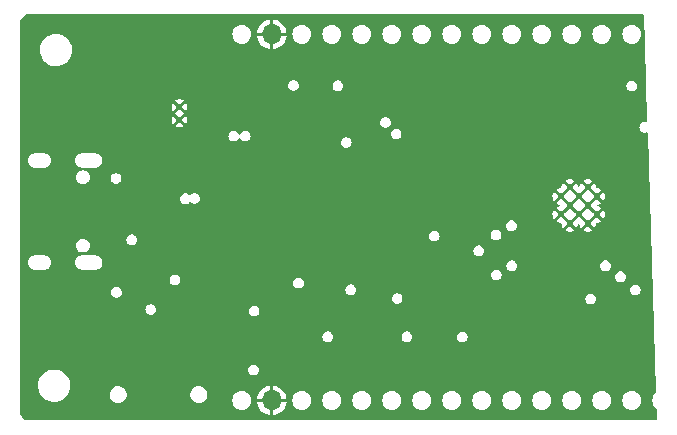
<source format=gbr>
%TF.GenerationSoftware,KiCad,Pcbnew,7.0.5-0*%
%TF.CreationDate,2024-04-28T23:55:43+02:00*%
%TF.ProjectId,esp32-eter,65737033-322d-4657-9465-722e6b696361,rev?*%
%TF.SameCoordinates,Original*%
%TF.FileFunction,Copper,L3,Inr*%
%TF.FilePolarity,Positive*%
%FSLAX46Y46*%
G04 Gerber Fmt 4.6, Leading zero omitted, Abs format (unit mm)*
G04 Created by KiCad (PCBNEW 7.0.5-0) date 2024-04-28 23:55:43*
%MOMM*%
%LPD*%
G01*
G04 APERTURE LIST*
%TA.AperFunction,ComponentPad*%
%ADD10O,1.700000X1.700000*%
%TD*%
%TA.AperFunction,HeatsinkPad*%
%ADD11C,0.600000*%
%TD*%
%TA.AperFunction,ComponentPad*%
%ADD12C,0.500000*%
%TD*%
%TA.AperFunction,ViaPad*%
%ADD13C,0.700000*%
%TD*%
%TA.AperFunction,ViaPad*%
%ADD14C,0.900000*%
%TD*%
%TA.AperFunction,ViaPad*%
%ADD15C,0.800000*%
%TD*%
G04 APERTURE END LIST*
D10*
%TO.N,GND*%
%TO.C,J2*%
X88600000Y-83000000D03*
%TD*%
%TO.N,GND*%
%TO.C,J3*%
X88600000Y-52000000D03*
%TD*%
D11*
%TO.N,GND*%
%TO.C,U1*%
X115342500Y-64965000D03*
X113817500Y-64965000D03*
X116105000Y-65727500D03*
X114580000Y-65727500D03*
X113055000Y-65727500D03*
X115342500Y-66490000D03*
X113817500Y-66490000D03*
X116105000Y-67252500D03*
X114580000Y-67252500D03*
X113055000Y-67252500D03*
X115342500Y-68015000D03*
X113817500Y-68015000D03*
%TD*%
D12*
%TO.N,GND*%
%TO.C,U4*%
X80762500Y-59240000D03*
X80762500Y-58140000D03*
%TD*%
D13*
%TO.N,GND*%
X93850000Y-69000000D03*
X102750000Y-61460000D03*
D14*
X94200000Y-57700000D03*
D13*
X94750000Y-68050000D03*
X82550000Y-61550000D03*
X87560000Y-69750000D03*
X82950000Y-79000000D03*
X85150000Y-70060000D03*
D14*
X77000000Y-51000000D03*
X79000000Y-51000000D03*
X102300000Y-67700000D03*
D13*
X82150000Y-69800000D03*
X75440000Y-67080000D03*
D14*
X77000000Y-73000000D03*
D13*
X91325000Y-77485000D03*
D14*
X75000000Y-51000000D03*
D13*
X82950000Y-79850000D03*
D14*
X79000000Y-73000000D03*
D13*
X73970000Y-73920000D03*
D14*
X100000000Y-58400000D03*
D13*
X92700000Y-73950000D03*
D15*
X90300000Y-66610000D03*
D13*
X93900000Y-67150000D03*
X87970000Y-58210000D03*
X84730000Y-72560000D03*
D14*
X92250000Y-55000000D03*
D13*
X87900000Y-66900000D03*
D14*
X99000000Y-76000000D03*
X75370000Y-70510000D03*
X113000000Y-81000000D03*
X119000000Y-79000000D03*
X76000000Y-59000000D03*
D13*
X88050000Y-80800000D03*
D14*
X80000000Y-53000000D03*
D13*
X84200000Y-56270000D03*
D14*
X83000000Y-75000000D03*
D13*
X94750000Y-66100000D03*
D14*
X74000000Y-53000000D03*
X77520000Y-70540000D03*
D13*
X93670000Y-61220000D03*
X87900000Y-65850000D03*
D15*
X79830000Y-63210000D03*
D13*
X82550000Y-60650000D03*
X74000000Y-59610000D03*
D14*
X97000000Y-76000000D03*
X92250000Y-57750000D03*
D13*
X96650000Y-66150000D03*
X86750000Y-64600000D03*
D14*
X83000000Y-77000000D03*
D15*
X89290000Y-72770000D03*
D14*
X74000000Y-83000000D03*
X85000000Y-77000000D03*
D13*
X85600000Y-66950000D03*
D15*
X90220000Y-71480000D03*
D14*
X97200000Y-58400000D03*
D13*
X95650000Y-65250000D03*
D14*
X102600000Y-58400000D03*
D13*
X83220000Y-56280000D03*
X89200000Y-54250000D03*
X97400000Y-69000000D03*
X95650000Y-69000000D03*
X83000000Y-68800000D03*
X81150000Y-77550000D03*
D14*
X119000000Y-81000000D03*
X115000000Y-79000000D03*
D13*
X79250000Y-77350000D03*
D14*
X70000000Y-73000000D03*
D13*
X85600000Y-65800000D03*
D14*
X68000000Y-73000000D03*
D13*
X97400000Y-67150000D03*
X82900000Y-78150000D03*
D14*
X68000000Y-79000000D03*
D15*
X90300000Y-62280000D03*
D14*
X71530000Y-57430000D03*
X81000000Y-51000000D03*
D13*
X86750000Y-66900000D03*
X82100000Y-77550000D03*
D14*
X93000000Y-79000000D03*
X68000000Y-51000000D03*
D13*
X85530000Y-72560000D03*
D14*
X102300000Y-65500000D03*
D13*
X87900000Y-64600000D03*
X86900000Y-74000000D03*
X89050000Y-80800000D03*
X96550000Y-68000000D03*
D14*
X102320000Y-63540000D03*
X106100000Y-68900000D03*
X113000000Y-79000000D03*
D13*
X89800000Y-74450000D03*
X88050000Y-54300000D03*
D14*
X90250000Y-55000000D03*
X91000000Y-79000000D03*
D15*
X90300000Y-64350000D03*
D13*
X85600000Y-64600000D03*
D14*
X76000000Y-53000000D03*
D15*
X90250000Y-69160000D03*
D13*
X68250000Y-77260000D03*
X93670000Y-72890000D03*
D14*
X73000000Y-51000000D03*
X119400000Y-72300000D03*
D13*
X79250000Y-76550000D03*
D15*
X77180000Y-63200000D03*
D14*
X83000000Y-51000000D03*
D13*
X97350000Y-65250000D03*
D14*
X91000000Y-81000000D03*
D13*
X68250000Y-76310000D03*
X81300000Y-69810000D03*
X93900000Y-65250000D03*
%TD*%
%TA.AperFunction,Conductor*%
%TO.N,GND*%
G36*
X120051266Y-50317813D02*
G01*
X120076576Y-50361650D01*
X120077659Y-50372053D01*
X120162174Y-52933446D01*
X120374527Y-59369254D01*
X120358792Y-59417365D01*
X120315813Y-59444106D01*
X120279720Y-59442697D01*
X120234773Y-59429500D01*
X120234772Y-59429500D01*
X120105228Y-59429500D01*
X119980931Y-59465995D01*
X119871954Y-59536031D01*
X119871950Y-59536034D01*
X119787119Y-59633935D01*
X119733302Y-59751776D01*
X119714867Y-59880000D01*
X119733302Y-60008223D01*
X119733302Y-60008224D01*
X119733303Y-60008226D01*
X119787118Y-60126063D01*
X119871951Y-60223967D01*
X119980931Y-60294004D01*
X120105228Y-60330500D01*
X120234774Y-60330500D01*
X120282959Y-60316351D01*
X120312941Y-60307548D01*
X120363458Y-60310758D01*
X120400092Y-60345689D01*
X120407749Y-60376110D01*
X121131897Y-82322892D01*
X121116162Y-82371003D01*
X121110263Y-82377657D01*
X120990185Y-82497736D01*
X120894209Y-82650479D01*
X120834634Y-82820736D01*
X120834632Y-82820745D01*
X120814435Y-83000000D01*
X120834632Y-83179254D01*
X120834634Y-83179263D01*
X120894209Y-83349520D01*
X120965547Y-83463054D01*
X120990184Y-83502262D01*
X121117738Y-83629816D01*
X121117740Y-83629817D01*
X121117741Y-83629818D01*
X121142939Y-83645651D01*
X121174004Y-83685617D01*
X121177529Y-83705869D01*
X121199801Y-84380832D01*
X121206539Y-84585048D01*
X121207794Y-84623060D01*
X121192059Y-84671171D01*
X121149080Y-84697912D01*
X121133834Y-84699500D01*
X68001822Y-84699500D01*
X67998193Y-84699322D01*
X67870786Y-84686773D01*
X67856559Y-84683943D01*
X67739286Y-84648369D01*
X67725883Y-84642817D01*
X67617806Y-84585048D01*
X67605745Y-84576989D01*
X67511013Y-84499244D01*
X67500755Y-84488986D01*
X67423010Y-84394254D01*
X67414951Y-84382193D01*
X67357182Y-84274116D01*
X67351630Y-84260713D01*
X67316055Y-84143435D01*
X67313227Y-84129217D01*
X67300678Y-84001806D01*
X67300500Y-83998178D01*
X67300500Y-81692051D01*
X68802536Y-81692051D01*
X68812365Y-81923425D01*
X68812365Y-81923431D01*
X68812366Y-81923433D01*
X68821169Y-81964277D01*
X68861157Y-82149824D01*
X68861158Y-82149827D01*
X68899885Y-82246203D01*
X68947508Y-82364717D01*
X69009805Y-82465893D01*
X69068931Y-82561921D01*
X69090360Y-82586269D01*
X69221940Y-82735773D01*
X69402126Y-82881263D01*
X69402130Y-82881265D01*
X69402131Y-82881266D01*
X69514120Y-82943827D01*
X69604308Y-82994209D01*
X69822670Y-83071361D01*
X70050930Y-83110500D01*
X70050933Y-83110500D01*
X70224517Y-83110500D01*
X70224521Y-83110500D01*
X70397483Y-83095779D01*
X70621601Y-83037423D01*
X70832634Y-82942030D01*
X71024510Y-82812345D01*
X71191708Y-82652098D01*
X71240394Y-82586270D01*
X74889500Y-82586270D01*
X74930792Y-82753797D01*
X75010976Y-82906574D01*
X75125391Y-83035723D01*
X75267389Y-83133737D01*
X75428717Y-83194921D01*
X75428720Y-83194921D01*
X75428722Y-83194922D01*
X75557015Y-83210499D01*
X75557025Y-83210500D01*
X75642975Y-83210500D01*
X75642984Y-83210499D01*
X75771277Y-83194922D01*
X75771277Y-83194921D01*
X75771283Y-83194921D01*
X75932611Y-83133737D01*
X76074609Y-83035723D01*
X76189024Y-82906574D01*
X76269208Y-82753797D01*
X76310500Y-82586270D01*
X81689500Y-82586270D01*
X81730792Y-82753797D01*
X81810976Y-82906574D01*
X81925391Y-83035723D01*
X82067389Y-83133737D01*
X82228717Y-83194921D01*
X82228720Y-83194921D01*
X82228722Y-83194922D01*
X82357015Y-83210499D01*
X82357025Y-83210500D01*
X82442975Y-83210500D01*
X82442984Y-83210499D01*
X82571277Y-83194922D01*
X82571277Y-83194921D01*
X82571283Y-83194921D01*
X82732611Y-83133737D01*
X82874609Y-83035723D01*
X82906257Y-83000000D01*
X85254435Y-83000000D01*
X85274632Y-83179254D01*
X85274634Y-83179263D01*
X85334209Y-83349520D01*
X85405547Y-83463054D01*
X85430184Y-83502262D01*
X85557738Y-83629816D01*
X85646545Y-83685617D01*
X85710479Y-83725790D01*
X85880736Y-83785365D01*
X85880745Y-83785368D01*
X86015046Y-83800500D01*
X86015050Y-83800500D01*
X86104950Y-83800500D01*
X86104954Y-83800500D01*
X86239255Y-83785368D01*
X86307481Y-83761494D01*
X86409520Y-83725790D01*
X86441224Y-83705869D01*
X86562262Y-83629816D01*
X86689816Y-83502262D01*
X86785789Y-83349522D01*
X86845368Y-83179255D01*
X86865565Y-83000000D01*
X86851481Y-82874999D01*
X87356160Y-82874999D01*
X87356161Y-82875000D01*
X88115595Y-82875000D01*
X88100000Y-82928111D01*
X88100000Y-83071889D01*
X88115595Y-83125000D01*
X87356161Y-83125000D01*
X87364287Y-83217885D01*
X87364288Y-83217893D01*
X87420895Y-83429153D01*
X87513334Y-83627388D01*
X87638785Y-83806551D01*
X87793448Y-83961214D01*
X87972611Y-84086665D01*
X88170846Y-84179104D01*
X88382106Y-84235711D01*
X88382113Y-84235712D01*
X88475000Y-84243838D01*
X88475000Y-83487169D01*
X88564237Y-83500000D01*
X88635763Y-83500000D01*
X88725000Y-83487169D01*
X88725000Y-84243837D01*
X88817886Y-84235712D01*
X88817893Y-84235711D01*
X89029153Y-84179104D01*
X89227388Y-84086665D01*
X89406551Y-83961214D01*
X89561214Y-83806551D01*
X89686665Y-83627388D01*
X89779104Y-83429153D01*
X89835711Y-83217893D01*
X89835712Y-83217885D01*
X89843839Y-83125000D01*
X89084405Y-83125000D01*
X89100000Y-83071889D01*
X89100000Y-83000000D01*
X90334435Y-83000000D01*
X90354632Y-83179254D01*
X90354634Y-83179263D01*
X90414209Y-83349520D01*
X90485547Y-83463054D01*
X90510184Y-83502262D01*
X90637738Y-83629816D01*
X90726545Y-83685617D01*
X90790479Y-83725790D01*
X90960736Y-83785365D01*
X90960745Y-83785368D01*
X91095046Y-83800500D01*
X91095050Y-83800500D01*
X91184950Y-83800500D01*
X91184954Y-83800500D01*
X91319255Y-83785368D01*
X91387481Y-83761494D01*
X91489520Y-83725790D01*
X91521224Y-83705869D01*
X91642262Y-83629816D01*
X91769816Y-83502262D01*
X91865789Y-83349522D01*
X91925368Y-83179255D01*
X91945565Y-83000000D01*
X92874435Y-83000000D01*
X92894632Y-83179254D01*
X92894634Y-83179263D01*
X92954209Y-83349520D01*
X93025547Y-83463054D01*
X93050184Y-83502262D01*
X93177738Y-83629816D01*
X93266545Y-83685617D01*
X93330479Y-83725790D01*
X93500736Y-83785365D01*
X93500745Y-83785368D01*
X93635046Y-83800500D01*
X93635050Y-83800500D01*
X93724950Y-83800500D01*
X93724954Y-83800500D01*
X93859255Y-83785368D01*
X93927481Y-83761494D01*
X94029520Y-83725790D01*
X94061224Y-83705869D01*
X94182262Y-83629816D01*
X94309816Y-83502262D01*
X94405789Y-83349522D01*
X94465368Y-83179255D01*
X94485565Y-83000000D01*
X95414435Y-83000000D01*
X95434632Y-83179254D01*
X95434634Y-83179263D01*
X95494209Y-83349520D01*
X95565547Y-83463054D01*
X95590184Y-83502262D01*
X95717738Y-83629816D01*
X95806545Y-83685617D01*
X95870479Y-83725790D01*
X96040736Y-83785365D01*
X96040745Y-83785368D01*
X96175046Y-83800500D01*
X96175050Y-83800500D01*
X96264950Y-83800500D01*
X96264954Y-83800500D01*
X96399255Y-83785368D01*
X96467481Y-83761494D01*
X96569520Y-83725790D01*
X96601224Y-83705869D01*
X96722262Y-83629816D01*
X96849816Y-83502262D01*
X96945789Y-83349522D01*
X97005368Y-83179255D01*
X97025565Y-83000000D01*
X97954435Y-83000000D01*
X97974632Y-83179254D01*
X97974634Y-83179263D01*
X98034209Y-83349520D01*
X98105547Y-83463054D01*
X98130184Y-83502262D01*
X98257738Y-83629816D01*
X98346545Y-83685617D01*
X98410479Y-83725790D01*
X98580736Y-83785365D01*
X98580745Y-83785368D01*
X98715046Y-83800500D01*
X98715050Y-83800500D01*
X98804950Y-83800500D01*
X98804954Y-83800500D01*
X98939255Y-83785368D01*
X99007481Y-83761494D01*
X99109520Y-83725790D01*
X99141224Y-83705869D01*
X99262262Y-83629816D01*
X99389816Y-83502262D01*
X99485789Y-83349522D01*
X99545368Y-83179255D01*
X99565565Y-83000000D01*
X100494435Y-83000000D01*
X100514632Y-83179254D01*
X100514634Y-83179263D01*
X100574209Y-83349520D01*
X100645547Y-83463054D01*
X100670184Y-83502262D01*
X100797738Y-83629816D01*
X100886545Y-83685617D01*
X100950479Y-83725790D01*
X101120736Y-83785365D01*
X101120745Y-83785368D01*
X101255046Y-83800500D01*
X101255050Y-83800500D01*
X101344950Y-83800500D01*
X101344954Y-83800500D01*
X101479255Y-83785368D01*
X101547481Y-83761494D01*
X101649520Y-83725790D01*
X101681224Y-83705869D01*
X101802262Y-83629816D01*
X101929816Y-83502262D01*
X102025789Y-83349522D01*
X102085368Y-83179255D01*
X102105565Y-83000000D01*
X103034435Y-83000000D01*
X103054632Y-83179254D01*
X103054634Y-83179263D01*
X103114209Y-83349520D01*
X103185547Y-83463054D01*
X103210184Y-83502262D01*
X103337738Y-83629816D01*
X103426545Y-83685617D01*
X103490479Y-83725790D01*
X103660736Y-83785365D01*
X103660745Y-83785368D01*
X103795046Y-83800500D01*
X103795050Y-83800500D01*
X103884950Y-83800500D01*
X103884954Y-83800500D01*
X104019255Y-83785368D01*
X104087481Y-83761494D01*
X104189520Y-83725790D01*
X104221224Y-83705869D01*
X104342262Y-83629816D01*
X104469816Y-83502262D01*
X104565789Y-83349522D01*
X104625368Y-83179255D01*
X104645565Y-83000000D01*
X105574435Y-83000000D01*
X105594632Y-83179254D01*
X105594634Y-83179263D01*
X105654209Y-83349520D01*
X105725547Y-83463054D01*
X105750184Y-83502262D01*
X105877738Y-83629816D01*
X105966545Y-83685617D01*
X106030479Y-83725790D01*
X106200736Y-83785365D01*
X106200745Y-83785368D01*
X106335046Y-83800500D01*
X106335050Y-83800500D01*
X106424950Y-83800500D01*
X106424954Y-83800500D01*
X106559255Y-83785368D01*
X106627481Y-83761494D01*
X106729520Y-83725790D01*
X106761224Y-83705869D01*
X106882262Y-83629816D01*
X107009816Y-83502262D01*
X107105789Y-83349522D01*
X107165368Y-83179255D01*
X107185565Y-83000000D01*
X108114435Y-83000000D01*
X108134632Y-83179254D01*
X108134634Y-83179263D01*
X108194209Y-83349520D01*
X108265547Y-83463054D01*
X108290184Y-83502262D01*
X108417738Y-83629816D01*
X108506545Y-83685617D01*
X108570479Y-83725790D01*
X108740736Y-83785365D01*
X108740745Y-83785368D01*
X108875046Y-83800500D01*
X108875050Y-83800500D01*
X108964950Y-83800500D01*
X108964954Y-83800500D01*
X109099255Y-83785368D01*
X109167481Y-83761494D01*
X109269520Y-83725790D01*
X109301224Y-83705869D01*
X109422262Y-83629816D01*
X109549816Y-83502262D01*
X109645789Y-83349522D01*
X109705368Y-83179255D01*
X109725565Y-83000000D01*
X110654435Y-83000000D01*
X110674632Y-83179254D01*
X110674634Y-83179263D01*
X110734209Y-83349520D01*
X110805547Y-83463054D01*
X110830184Y-83502262D01*
X110957738Y-83629816D01*
X111046545Y-83685617D01*
X111110479Y-83725790D01*
X111280736Y-83785365D01*
X111280745Y-83785368D01*
X111415046Y-83800500D01*
X111415050Y-83800500D01*
X111504950Y-83800500D01*
X111504954Y-83800500D01*
X111639255Y-83785368D01*
X111707481Y-83761494D01*
X111809520Y-83725790D01*
X111841224Y-83705869D01*
X111962262Y-83629816D01*
X112089816Y-83502262D01*
X112185789Y-83349522D01*
X112245368Y-83179255D01*
X112265565Y-83000000D01*
X113194435Y-83000000D01*
X113214632Y-83179254D01*
X113214634Y-83179263D01*
X113274209Y-83349520D01*
X113345547Y-83463054D01*
X113370184Y-83502262D01*
X113497738Y-83629816D01*
X113586545Y-83685617D01*
X113650479Y-83725790D01*
X113820736Y-83785365D01*
X113820745Y-83785368D01*
X113955046Y-83800500D01*
X113955050Y-83800500D01*
X114044950Y-83800500D01*
X114044954Y-83800500D01*
X114179255Y-83785368D01*
X114247481Y-83761494D01*
X114349520Y-83725790D01*
X114381224Y-83705869D01*
X114502262Y-83629816D01*
X114629816Y-83502262D01*
X114725789Y-83349522D01*
X114785368Y-83179255D01*
X114805565Y-83000000D01*
X115734435Y-83000000D01*
X115754632Y-83179254D01*
X115754634Y-83179263D01*
X115814209Y-83349520D01*
X115885547Y-83463054D01*
X115910184Y-83502262D01*
X116037738Y-83629816D01*
X116126545Y-83685617D01*
X116190479Y-83725790D01*
X116360736Y-83785365D01*
X116360745Y-83785368D01*
X116495046Y-83800500D01*
X116495050Y-83800500D01*
X116584950Y-83800500D01*
X116584954Y-83800500D01*
X116719255Y-83785368D01*
X116787481Y-83761494D01*
X116889520Y-83725790D01*
X116921224Y-83705869D01*
X117042262Y-83629816D01*
X117169816Y-83502262D01*
X117265789Y-83349522D01*
X117325368Y-83179255D01*
X117345565Y-83000000D01*
X118274435Y-83000000D01*
X118294632Y-83179254D01*
X118294634Y-83179263D01*
X118354209Y-83349520D01*
X118425547Y-83463054D01*
X118450184Y-83502262D01*
X118577738Y-83629816D01*
X118666545Y-83685617D01*
X118730479Y-83725790D01*
X118900736Y-83785365D01*
X118900745Y-83785368D01*
X119035046Y-83800500D01*
X119035050Y-83800500D01*
X119124950Y-83800500D01*
X119124954Y-83800500D01*
X119259255Y-83785368D01*
X119327481Y-83761494D01*
X119429520Y-83725790D01*
X119461224Y-83705869D01*
X119582262Y-83629816D01*
X119709816Y-83502262D01*
X119805789Y-83349522D01*
X119865368Y-83179255D01*
X119885565Y-83000000D01*
X119865368Y-82820745D01*
X119862428Y-82812343D01*
X119805790Y-82650479D01*
X119750145Y-82561921D01*
X119709816Y-82497738D01*
X119582262Y-82370184D01*
X119543054Y-82345547D01*
X119429520Y-82274209D01*
X119259263Y-82214634D01*
X119259256Y-82214632D01*
X119259255Y-82214632D01*
X119124954Y-82199500D01*
X119035046Y-82199500D01*
X118900745Y-82214632D01*
X118900736Y-82214634D01*
X118730479Y-82274209D01*
X118577739Y-82370183D01*
X118450183Y-82497739D01*
X118354209Y-82650479D01*
X118294634Y-82820736D01*
X118294632Y-82820745D01*
X118274435Y-83000000D01*
X117345565Y-83000000D01*
X117325368Y-82820745D01*
X117322428Y-82812343D01*
X117265790Y-82650479D01*
X117210145Y-82561921D01*
X117169816Y-82497738D01*
X117042262Y-82370184D01*
X117003054Y-82345547D01*
X116889520Y-82274209D01*
X116719263Y-82214634D01*
X116719256Y-82214632D01*
X116719255Y-82214632D01*
X116584954Y-82199500D01*
X116495046Y-82199500D01*
X116360745Y-82214632D01*
X116360736Y-82214634D01*
X116190479Y-82274209D01*
X116037739Y-82370183D01*
X115910183Y-82497739D01*
X115814209Y-82650479D01*
X115754634Y-82820736D01*
X115754632Y-82820745D01*
X115734435Y-83000000D01*
X114805565Y-83000000D01*
X114785368Y-82820745D01*
X114782428Y-82812343D01*
X114725790Y-82650479D01*
X114670145Y-82561921D01*
X114629816Y-82497738D01*
X114502262Y-82370184D01*
X114463054Y-82345547D01*
X114349520Y-82274209D01*
X114179263Y-82214634D01*
X114179256Y-82214632D01*
X114179255Y-82214632D01*
X114044954Y-82199500D01*
X113955046Y-82199500D01*
X113820745Y-82214632D01*
X113820736Y-82214634D01*
X113650479Y-82274209D01*
X113497739Y-82370183D01*
X113370183Y-82497739D01*
X113274209Y-82650479D01*
X113214634Y-82820736D01*
X113214632Y-82820745D01*
X113194435Y-83000000D01*
X112265565Y-83000000D01*
X112245368Y-82820745D01*
X112242428Y-82812343D01*
X112185790Y-82650479D01*
X112130145Y-82561921D01*
X112089816Y-82497738D01*
X111962262Y-82370184D01*
X111923054Y-82345547D01*
X111809520Y-82274209D01*
X111639263Y-82214634D01*
X111639256Y-82214632D01*
X111639255Y-82214632D01*
X111504954Y-82199500D01*
X111415046Y-82199500D01*
X111280745Y-82214632D01*
X111280736Y-82214634D01*
X111110479Y-82274209D01*
X110957739Y-82370183D01*
X110830183Y-82497739D01*
X110734209Y-82650479D01*
X110674634Y-82820736D01*
X110674632Y-82820745D01*
X110654435Y-83000000D01*
X109725565Y-83000000D01*
X109705368Y-82820745D01*
X109702428Y-82812343D01*
X109645790Y-82650479D01*
X109590145Y-82561921D01*
X109549816Y-82497738D01*
X109422262Y-82370184D01*
X109383054Y-82345547D01*
X109269520Y-82274209D01*
X109099263Y-82214634D01*
X109099256Y-82214632D01*
X109099255Y-82214632D01*
X108964954Y-82199500D01*
X108875046Y-82199500D01*
X108740745Y-82214632D01*
X108740736Y-82214634D01*
X108570479Y-82274209D01*
X108417739Y-82370183D01*
X108290183Y-82497739D01*
X108194209Y-82650479D01*
X108134634Y-82820736D01*
X108134632Y-82820745D01*
X108114435Y-83000000D01*
X107185565Y-83000000D01*
X107165368Y-82820745D01*
X107162428Y-82812343D01*
X107105790Y-82650479D01*
X107050145Y-82561921D01*
X107009816Y-82497738D01*
X106882262Y-82370184D01*
X106843054Y-82345547D01*
X106729520Y-82274209D01*
X106559263Y-82214634D01*
X106559256Y-82214632D01*
X106559255Y-82214632D01*
X106424954Y-82199500D01*
X106335046Y-82199500D01*
X106200745Y-82214632D01*
X106200736Y-82214634D01*
X106030479Y-82274209D01*
X105877739Y-82370183D01*
X105750183Y-82497739D01*
X105654209Y-82650479D01*
X105594634Y-82820736D01*
X105594632Y-82820745D01*
X105574435Y-83000000D01*
X104645565Y-83000000D01*
X104625368Y-82820745D01*
X104622428Y-82812343D01*
X104565790Y-82650479D01*
X104510145Y-82561921D01*
X104469816Y-82497738D01*
X104342262Y-82370184D01*
X104303054Y-82345547D01*
X104189520Y-82274209D01*
X104019263Y-82214634D01*
X104019256Y-82214632D01*
X104019255Y-82214632D01*
X103884954Y-82199500D01*
X103795046Y-82199500D01*
X103660745Y-82214632D01*
X103660736Y-82214634D01*
X103490479Y-82274209D01*
X103337739Y-82370183D01*
X103210183Y-82497739D01*
X103114209Y-82650479D01*
X103054634Y-82820736D01*
X103054632Y-82820745D01*
X103034435Y-83000000D01*
X102105565Y-83000000D01*
X102085368Y-82820745D01*
X102082428Y-82812343D01*
X102025790Y-82650479D01*
X101970145Y-82561921D01*
X101929816Y-82497738D01*
X101802262Y-82370184D01*
X101763054Y-82345547D01*
X101649520Y-82274209D01*
X101479263Y-82214634D01*
X101479256Y-82214632D01*
X101479255Y-82214632D01*
X101344954Y-82199500D01*
X101255046Y-82199500D01*
X101120745Y-82214632D01*
X101120736Y-82214634D01*
X100950479Y-82274209D01*
X100797739Y-82370183D01*
X100670183Y-82497739D01*
X100574209Y-82650479D01*
X100514634Y-82820736D01*
X100514632Y-82820745D01*
X100494435Y-83000000D01*
X99565565Y-83000000D01*
X99545368Y-82820745D01*
X99542428Y-82812343D01*
X99485790Y-82650479D01*
X99430145Y-82561921D01*
X99389816Y-82497738D01*
X99262262Y-82370184D01*
X99223054Y-82345547D01*
X99109520Y-82274209D01*
X98939263Y-82214634D01*
X98939256Y-82214632D01*
X98939255Y-82214632D01*
X98804954Y-82199500D01*
X98715046Y-82199500D01*
X98580745Y-82214632D01*
X98580736Y-82214634D01*
X98410479Y-82274209D01*
X98257739Y-82370183D01*
X98130183Y-82497739D01*
X98034209Y-82650479D01*
X97974634Y-82820736D01*
X97974632Y-82820745D01*
X97954435Y-83000000D01*
X97025565Y-83000000D01*
X97005368Y-82820745D01*
X97002428Y-82812343D01*
X96945790Y-82650479D01*
X96890145Y-82561921D01*
X96849816Y-82497738D01*
X96722262Y-82370184D01*
X96683054Y-82345547D01*
X96569520Y-82274209D01*
X96399263Y-82214634D01*
X96399256Y-82214632D01*
X96399255Y-82214632D01*
X96264954Y-82199500D01*
X96175046Y-82199500D01*
X96040745Y-82214632D01*
X96040736Y-82214634D01*
X95870479Y-82274209D01*
X95717739Y-82370183D01*
X95590183Y-82497739D01*
X95494209Y-82650479D01*
X95434634Y-82820736D01*
X95434632Y-82820745D01*
X95414435Y-83000000D01*
X94485565Y-83000000D01*
X94465368Y-82820745D01*
X94462428Y-82812343D01*
X94405790Y-82650479D01*
X94350145Y-82561921D01*
X94309816Y-82497738D01*
X94182262Y-82370184D01*
X94143054Y-82345547D01*
X94029520Y-82274209D01*
X93859263Y-82214634D01*
X93859256Y-82214632D01*
X93859255Y-82214632D01*
X93724954Y-82199500D01*
X93635046Y-82199500D01*
X93500745Y-82214632D01*
X93500736Y-82214634D01*
X93330479Y-82274209D01*
X93177739Y-82370183D01*
X93050183Y-82497739D01*
X92954209Y-82650479D01*
X92894634Y-82820736D01*
X92894632Y-82820745D01*
X92874435Y-83000000D01*
X91945565Y-83000000D01*
X91925368Y-82820745D01*
X91922428Y-82812343D01*
X91865790Y-82650479D01*
X91810145Y-82561921D01*
X91769816Y-82497738D01*
X91642262Y-82370184D01*
X91603054Y-82345547D01*
X91489520Y-82274209D01*
X91319263Y-82214634D01*
X91319256Y-82214632D01*
X91319255Y-82214632D01*
X91184954Y-82199500D01*
X91095046Y-82199500D01*
X90960745Y-82214632D01*
X90960736Y-82214634D01*
X90790479Y-82274209D01*
X90637739Y-82370183D01*
X90510183Y-82497739D01*
X90414209Y-82650479D01*
X90354634Y-82820736D01*
X90354632Y-82820745D01*
X90334435Y-83000000D01*
X89100000Y-83000000D01*
X89100000Y-82928111D01*
X89084405Y-82875000D01*
X89843839Y-82875000D01*
X89843839Y-82874999D01*
X89835712Y-82782114D01*
X89835711Y-82782106D01*
X89779105Y-82570849D01*
X89779100Y-82570838D01*
X89686665Y-82372612D01*
X89561212Y-82193445D01*
X89406551Y-82038785D01*
X89406552Y-82038785D01*
X89227388Y-81913334D01*
X89029153Y-81820895D01*
X88817893Y-81764288D01*
X88817885Y-81764287D01*
X88725000Y-81756160D01*
X88725000Y-82512830D01*
X88635763Y-82500000D01*
X88564237Y-82500000D01*
X88474999Y-82512830D01*
X88475000Y-81756161D01*
X88474999Y-81756160D01*
X88382114Y-81764287D01*
X88382106Y-81764288D01*
X88170849Y-81820894D01*
X88170838Y-81820899D01*
X87972612Y-81913334D01*
X87793445Y-82038787D01*
X87638787Y-82193445D01*
X87513334Y-82372612D01*
X87420899Y-82570838D01*
X87420894Y-82570849D01*
X87364288Y-82782106D01*
X87364287Y-82782114D01*
X87356160Y-82874999D01*
X86851481Y-82874999D01*
X86845368Y-82820745D01*
X86842428Y-82812343D01*
X86785790Y-82650479D01*
X86730145Y-82561921D01*
X86689816Y-82497738D01*
X86562262Y-82370184D01*
X86523054Y-82345547D01*
X86409520Y-82274209D01*
X86239263Y-82214634D01*
X86239256Y-82214632D01*
X86239255Y-82214632D01*
X86104954Y-82199500D01*
X86015046Y-82199500D01*
X85880745Y-82214632D01*
X85880736Y-82214634D01*
X85710479Y-82274209D01*
X85557739Y-82370183D01*
X85430183Y-82497739D01*
X85334209Y-82650479D01*
X85274634Y-82820736D01*
X85274632Y-82820745D01*
X85254435Y-83000000D01*
X82906257Y-83000000D01*
X82989024Y-82906574D01*
X83069208Y-82753797D01*
X83110500Y-82586270D01*
X83110500Y-82413730D01*
X83069208Y-82246203D01*
X82989024Y-82093426D01*
X82874609Y-81964277D01*
X82815437Y-81923433D01*
X82732610Y-81866262D01*
X82632465Y-81828282D01*
X82571283Y-81805079D01*
X82571281Y-81805078D01*
X82571277Y-81805077D01*
X82442984Y-81789500D01*
X82442975Y-81789500D01*
X82357025Y-81789500D01*
X82357015Y-81789500D01*
X82228722Y-81805077D01*
X82228717Y-81805079D01*
X82067389Y-81866262D01*
X81925391Y-81964276D01*
X81810975Y-82093427D01*
X81755304Y-82199500D01*
X81730792Y-82246203D01*
X81689500Y-82413730D01*
X81689500Y-82586270D01*
X76310500Y-82586270D01*
X76310500Y-82413730D01*
X76269208Y-82246203D01*
X76189024Y-82093426D01*
X76074609Y-81964277D01*
X76015437Y-81923433D01*
X75932610Y-81866262D01*
X75832465Y-81828282D01*
X75771283Y-81805079D01*
X75771281Y-81805078D01*
X75771277Y-81805077D01*
X75642984Y-81789500D01*
X75642975Y-81789500D01*
X75557025Y-81789500D01*
X75557015Y-81789500D01*
X75428722Y-81805077D01*
X75428717Y-81805079D01*
X75267389Y-81866262D01*
X75125391Y-81964276D01*
X75010975Y-82093427D01*
X74955304Y-82199500D01*
X74930792Y-82246203D01*
X74889500Y-82413730D01*
X74889500Y-82586270D01*
X71240394Y-82586270D01*
X71329420Y-82465899D01*
X71433683Y-82259105D01*
X71501498Y-82037665D01*
X71530915Y-81807950D01*
X71521086Y-81576567D01*
X71472294Y-81350174D01*
X71385944Y-81135283D01*
X71264519Y-80938077D01*
X71111512Y-80764227D01*
X70931326Y-80618737D01*
X70931322Y-80618735D01*
X70931320Y-80618733D01*
X70729143Y-80505790D01*
X70568694Y-80449100D01*
X70510782Y-80428639D01*
X70402073Y-80409999D01*
X86584867Y-80409999D01*
X86603302Y-80538223D01*
X86603302Y-80538224D01*
X86603303Y-80538226D01*
X86657118Y-80656063D01*
X86741951Y-80753967D01*
X86850931Y-80824004D01*
X86975228Y-80860500D01*
X87104772Y-80860500D01*
X87229069Y-80824004D01*
X87338049Y-80753967D01*
X87422882Y-80656063D01*
X87476697Y-80538226D01*
X87495133Y-80410000D01*
X87476697Y-80281774D01*
X87422882Y-80163937D01*
X87338049Y-80066033D01*
X87271032Y-80022964D01*
X87229068Y-79995995D01*
X87104772Y-79959500D01*
X86975228Y-79959500D01*
X86850931Y-79995995D01*
X86741954Y-80066031D01*
X86741950Y-80066034D01*
X86657119Y-80163935D01*
X86603302Y-80281776D01*
X86584867Y-80409999D01*
X70402073Y-80409999D01*
X70282522Y-80389500D01*
X70108931Y-80389500D01*
X70108927Y-80389500D01*
X70108910Y-80389501D01*
X69935972Y-80404220D01*
X69711854Y-80462576D01*
X69711849Y-80462577D01*
X69500816Y-80557971D01*
X69308940Y-80687656D01*
X69141743Y-80847902D01*
X69004030Y-81034104D01*
X69004029Y-81034106D01*
X68899768Y-81240894D01*
X68831955Y-81462328D01*
X68802537Y-81692050D01*
X68802536Y-81692051D01*
X67300500Y-81692051D01*
X67300500Y-77600000D01*
X92884867Y-77600000D01*
X92903302Y-77728223D01*
X92903302Y-77728224D01*
X92903303Y-77728226D01*
X92957118Y-77846063D01*
X93041951Y-77943967D01*
X93150931Y-78014004D01*
X93275228Y-78050500D01*
X93404772Y-78050500D01*
X93529069Y-78014004D01*
X93638049Y-77943967D01*
X93722882Y-77846063D01*
X93776697Y-77728226D01*
X93795133Y-77600000D01*
X99584867Y-77600000D01*
X99603302Y-77728223D01*
X99603302Y-77728224D01*
X99603303Y-77728226D01*
X99657118Y-77846063D01*
X99741951Y-77943967D01*
X99850931Y-78014004D01*
X99975228Y-78050500D01*
X100104772Y-78050500D01*
X100229069Y-78014004D01*
X100338049Y-77943967D01*
X100422882Y-77846063D01*
X100476697Y-77728226D01*
X100490820Y-77630000D01*
X104264867Y-77630000D01*
X104283302Y-77758223D01*
X104283302Y-77758224D01*
X104283303Y-77758226D01*
X104337118Y-77876063D01*
X104421951Y-77973967D01*
X104530931Y-78044004D01*
X104655228Y-78080500D01*
X104784772Y-78080500D01*
X104909069Y-78044004D01*
X105018049Y-77973967D01*
X105102882Y-77876063D01*
X105156697Y-77758226D01*
X105175133Y-77630000D01*
X105156697Y-77501774D01*
X105102882Y-77383937D01*
X105018049Y-77286033D01*
X104951032Y-77242964D01*
X104909068Y-77215995D01*
X104784772Y-77179500D01*
X104655228Y-77179500D01*
X104530931Y-77215995D01*
X104421954Y-77286031D01*
X104421950Y-77286034D01*
X104337119Y-77383935D01*
X104283302Y-77501776D01*
X104264867Y-77630000D01*
X100490820Y-77630000D01*
X100495133Y-77600000D01*
X100476697Y-77471774D01*
X100422882Y-77353937D01*
X100338049Y-77256033D01*
X100271032Y-77212964D01*
X100229068Y-77185995D01*
X100104772Y-77149500D01*
X99975228Y-77149500D01*
X99850931Y-77185995D01*
X99741954Y-77256031D01*
X99741950Y-77256034D01*
X99657119Y-77353935D01*
X99603302Y-77471776D01*
X99584867Y-77600000D01*
X93795133Y-77600000D01*
X93776697Y-77471774D01*
X93722882Y-77353937D01*
X93638049Y-77256033D01*
X93571032Y-77212964D01*
X93529068Y-77185995D01*
X93404772Y-77149500D01*
X93275228Y-77149500D01*
X93150931Y-77185995D01*
X93041954Y-77256031D01*
X93041950Y-77256034D01*
X92957119Y-77353935D01*
X92903302Y-77471776D01*
X92884867Y-77600000D01*
X67300500Y-77600000D01*
X67300500Y-75299999D01*
X77894867Y-75299999D01*
X77913302Y-75428223D01*
X77913302Y-75428224D01*
X77913303Y-75428226D01*
X77967118Y-75546063D01*
X78051951Y-75643967D01*
X78160931Y-75714004D01*
X78285228Y-75750500D01*
X78414772Y-75750500D01*
X78539069Y-75714004D01*
X78648049Y-75643967D01*
X78732882Y-75546063D01*
X78785887Y-75430000D01*
X86644867Y-75430000D01*
X86663302Y-75558223D01*
X86663302Y-75558224D01*
X86663303Y-75558226D01*
X86717118Y-75676063D01*
X86801951Y-75773967D01*
X86910931Y-75844004D01*
X87035228Y-75880500D01*
X87164772Y-75880500D01*
X87289069Y-75844004D01*
X87398049Y-75773967D01*
X87482882Y-75676063D01*
X87536697Y-75558226D01*
X87555133Y-75430000D01*
X87536697Y-75301774D01*
X87482882Y-75183937D01*
X87398049Y-75086033D01*
X87331032Y-75042964D01*
X87289068Y-75015995D01*
X87164772Y-74979500D01*
X87035228Y-74979500D01*
X86910931Y-75015995D01*
X86801954Y-75086031D01*
X86801950Y-75086034D01*
X86717119Y-75183935D01*
X86663302Y-75301776D01*
X86644867Y-75430000D01*
X78785887Y-75430000D01*
X78786697Y-75428226D01*
X78805133Y-75300000D01*
X78786697Y-75171774D01*
X78732882Y-75053937D01*
X78648049Y-74956033D01*
X78581032Y-74912964D01*
X78539068Y-74885995D01*
X78414772Y-74849500D01*
X78285228Y-74849500D01*
X78160931Y-74885995D01*
X78051954Y-74956031D01*
X78051950Y-74956034D01*
X77967119Y-75053935D01*
X77913302Y-75171776D01*
X77894867Y-75299999D01*
X67300500Y-75299999D01*
X67300500Y-74375000D01*
X98744867Y-74375000D01*
X98763302Y-74503223D01*
X98763302Y-74503224D01*
X98763303Y-74503226D01*
X98817118Y-74621063D01*
X98901951Y-74718967D01*
X99010931Y-74789004D01*
X99135228Y-74825500D01*
X99264772Y-74825500D01*
X99389069Y-74789004D01*
X99498049Y-74718967D01*
X99582882Y-74621063D01*
X99636697Y-74503226D01*
X99651539Y-74400000D01*
X115144867Y-74400000D01*
X115163302Y-74528223D01*
X115163302Y-74528224D01*
X115163303Y-74528226D01*
X115217118Y-74646063D01*
X115301951Y-74743967D01*
X115410931Y-74814004D01*
X115535228Y-74850500D01*
X115664772Y-74850500D01*
X115789069Y-74814004D01*
X115898049Y-74743967D01*
X115982882Y-74646063D01*
X116036697Y-74528226D01*
X116055133Y-74400000D01*
X116036697Y-74271774D01*
X115982882Y-74153937D01*
X115898049Y-74056033D01*
X115831032Y-74012964D01*
X115789068Y-73985995D01*
X115664772Y-73949500D01*
X115535228Y-73949500D01*
X115410931Y-73985995D01*
X115301954Y-74056031D01*
X115301950Y-74056034D01*
X115217119Y-74153935D01*
X115163302Y-74271776D01*
X115144867Y-74400000D01*
X99651539Y-74400000D01*
X99655133Y-74375000D01*
X99636697Y-74246774D01*
X99582882Y-74128937D01*
X99498049Y-74031033D01*
X99424810Y-73983965D01*
X99389068Y-73960995D01*
X99264772Y-73924500D01*
X99135228Y-73924500D01*
X99010931Y-73960995D01*
X98901954Y-74031031D01*
X98901950Y-74031034D01*
X98817119Y-74128935D01*
X98763302Y-74246776D01*
X98744867Y-74375000D01*
X67300500Y-74375000D01*
X67300500Y-73849999D01*
X74994867Y-73849999D01*
X75013302Y-73978223D01*
X75013302Y-73978224D01*
X75013303Y-73978226D01*
X75067118Y-74096063D01*
X75151951Y-74193967D01*
X75260931Y-74264004D01*
X75385228Y-74300500D01*
X75514772Y-74300500D01*
X75639069Y-74264004D01*
X75748049Y-74193967D01*
X75832882Y-74096063D01*
X75886697Y-73978226D01*
X75905133Y-73850000D01*
X75886697Y-73721774D01*
X75844785Y-73630000D01*
X94834867Y-73630000D01*
X94853302Y-73758223D01*
X94853302Y-73758224D01*
X94853303Y-73758226D01*
X94907118Y-73876063D01*
X94991951Y-73973967D01*
X95100931Y-74044004D01*
X95225228Y-74080500D01*
X95354772Y-74080500D01*
X95479069Y-74044004D01*
X95588049Y-73973967D01*
X95672882Y-73876063D01*
X95726697Y-73758226D01*
X95743695Y-73639999D01*
X118914867Y-73639999D01*
X118933302Y-73768223D01*
X118933302Y-73768224D01*
X118933303Y-73768226D01*
X118987118Y-73886063D01*
X119071951Y-73983967D01*
X119180931Y-74054004D01*
X119305228Y-74090500D01*
X119434772Y-74090500D01*
X119559069Y-74054004D01*
X119668049Y-73983967D01*
X119752882Y-73886063D01*
X119806697Y-73768226D01*
X119825133Y-73640000D01*
X119806697Y-73511774D01*
X119752882Y-73393937D01*
X119668049Y-73296033D01*
X119601032Y-73252964D01*
X119559068Y-73225995D01*
X119434772Y-73189500D01*
X119305228Y-73189500D01*
X119180931Y-73225995D01*
X119071954Y-73296031D01*
X119071950Y-73296034D01*
X118987119Y-73393935D01*
X118987118Y-73393936D01*
X118987118Y-73393937D01*
X118982538Y-73403965D01*
X118933302Y-73511776D01*
X118914867Y-73639999D01*
X95743695Y-73639999D01*
X95745133Y-73630000D01*
X95726697Y-73501774D01*
X95672882Y-73383937D01*
X95588049Y-73286033D01*
X95521032Y-73242964D01*
X95479068Y-73215995D01*
X95354772Y-73179500D01*
X95225228Y-73179500D01*
X95100931Y-73215995D01*
X94991954Y-73286031D01*
X94991950Y-73286034D01*
X94907119Y-73383935D01*
X94907118Y-73383936D01*
X94907118Y-73383937D01*
X94897970Y-73403968D01*
X94853302Y-73501776D01*
X94834867Y-73630000D01*
X75844785Y-73630000D01*
X75832882Y-73603937D01*
X75748049Y-73506033D01*
X75681032Y-73462964D01*
X75639068Y-73435995D01*
X75514772Y-73399500D01*
X75385228Y-73399500D01*
X75260931Y-73435995D01*
X75151954Y-73506031D01*
X75151950Y-73506034D01*
X75067119Y-73603935D01*
X75013302Y-73721776D01*
X74994867Y-73849999D01*
X67300500Y-73849999D01*
X67300500Y-72809999D01*
X79944867Y-72809999D01*
X79963302Y-72938223D01*
X79963302Y-72938224D01*
X79963303Y-72938226D01*
X80017118Y-73056063D01*
X80101951Y-73153967D01*
X80210931Y-73224004D01*
X80335228Y-73260500D01*
X80464772Y-73260500D01*
X80589069Y-73224004D01*
X80698049Y-73153967D01*
X80779471Y-73059999D01*
X90394867Y-73059999D01*
X90413302Y-73188223D01*
X90413302Y-73188224D01*
X90413303Y-73188226D01*
X90467118Y-73306063D01*
X90551951Y-73403967D01*
X90660931Y-73474004D01*
X90785228Y-73510500D01*
X90914772Y-73510500D01*
X91039069Y-73474004D01*
X91148049Y-73403967D01*
X91232882Y-73306063D01*
X91286697Y-73188226D01*
X91305133Y-73060000D01*
X91286697Y-72931774D01*
X91232882Y-72813937D01*
X91148049Y-72716033D01*
X91081032Y-72672964D01*
X91039068Y-72645995D01*
X90914772Y-72609500D01*
X90785228Y-72609500D01*
X90660931Y-72645995D01*
X90551954Y-72716031D01*
X90551950Y-72716034D01*
X90467119Y-72813935D01*
X90413302Y-72931776D01*
X90394867Y-73059999D01*
X80779471Y-73059999D01*
X80782882Y-73056063D01*
X80836697Y-72938226D01*
X80855133Y-72810000D01*
X80836697Y-72681774D01*
X80782882Y-72563937D01*
X80698049Y-72466033D01*
X80598060Y-72401774D01*
X80589068Y-72395995D01*
X80500530Y-72369999D01*
X107144867Y-72369999D01*
X107163302Y-72498223D01*
X107163302Y-72498224D01*
X107163303Y-72498226D01*
X107217118Y-72616063D01*
X107301951Y-72713967D01*
X107410931Y-72784004D01*
X107535228Y-72820500D01*
X107664772Y-72820500D01*
X107789069Y-72784004D01*
X107898049Y-72713967D01*
X107982882Y-72616063D01*
X108022186Y-72530000D01*
X117664867Y-72530000D01*
X117683302Y-72658223D01*
X117683302Y-72658224D01*
X117683303Y-72658226D01*
X117737118Y-72776063D01*
X117821951Y-72873967D01*
X117930931Y-72944004D01*
X118055228Y-72980500D01*
X118184772Y-72980500D01*
X118309069Y-72944004D01*
X118418049Y-72873967D01*
X118502882Y-72776063D01*
X118556697Y-72658226D01*
X118575133Y-72530000D01*
X118556697Y-72401774D01*
X118502882Y-72283937D01*
X118418049Y-72186033D01*
X118351032Y-72142964D01*
X118309068Y-72115995D01*
X118184772Y-72079500D01*
X118055228Y-72079500D01*
X117930931Y-72115995D01*
X117821954Y-72186031D01*
X117821950Y-72186034D01*
X117737119Y-72283935D01*
X117683302Y-72401776D01*
X117664867Y-72530000D01*
X108022186Y-72530000D01*
X108036697Y-72498226D01*
X108055133Y-72370000D01*
X108036697Y-72241774D01*
X107982882Y-72123937D01*
X107898049Y-72026033D01*
X107831032Y-71982964D01*
X107789068Y-71955995D01*
X107664772Y-71919500D01*
X107535228Y-71919500D01*
X107410931Y-71955995D01*
X107301954Y-72026031D01*
X107301950Y-72026034D01*
X107217119Y-72123935D01*
X107163302Y-72241776D01*
X107144867Y-72369999D01*
X80500530Y-72369999D01*
X80464772Y-72359500D01*
X80335228Y-72359500D01*
X80210931Y-72395995D01*
X80101954Y-72466031D01*
X80101950Y-72466034D01*
X80017119Y-72563935D01*
X79963302Y-72681776D01*
X79944867Y-72809999D01*
X67300500Y-72809999D01*
X67300500Y-71320000D01*
X67919318Y-71320000D01*
X67939955Y-71476760D01*
X67939955Y-71476761D01*
X68000464Y-71622841D01*
X68096715Y-71748279D01*
X68096720Y-71748284D01*
X68180345Y-71812451D01*
X68222159Y-71844536D01*
X68368238Y-71905044D01*
X68485639Y-71920500D01*
X68485641Y-71920500D01*
X69364359Y-71920500D01*
X69364361Y-71920500D01*
X69481762Y-71905044D01*
X69627841Y-71844536D01*
X69753282Y-71748282D01*
X69849536Y-71622841D01*
X69910044Y-71476762D01*
X69930682Y-71320000D01*
X71949318Y-71320000D01*
X71969955Y-71476760D01*
X71969955Y-71476761D01*
X72030464Y-71622841D01*
X72126715Y-71748279D01*
X72126720Y-71748284D01*
X72210345Y-71812451D01*
X72252159Y-71844536D01*
X72398238Y-71905044D01*
X72515639Y-71920500D01*
X72515641Y-71920500D01*
X73694359Y-71920500D01*
X73694361Y-71920500D01*
X73811762Y-71905044D01*
X73957841Y-71844536D01*
X74083282Y-71748282D01*
X74179536Y-71622841D01*
X74193140Y-71589999D01*
X108464867Y-71589999D01*
X108483302Y-71718223D01*
X108483302Y-71718224D01*
X108483303Y-71718226D01*
X108537118Y-71836063D01*
X108621951Y-71933967D01*
X108730931Y-72004004D01*
X108855228Y-72040500D01*
X108984772Y-72040500D01*
X109109069Y-72004004D01*
X109218049Y-71933967D01*
X109302882Y-71836063D01*
X109356697Y-71718226D01*
X109375133Y-71590000D01*
X109375133Y-71589999D01*
X116384867Y-71589999D01*
X116403302Y-71718223D01*
X116403302Y-71718224D01*
X116403303Y-71718226D01*
X116457118Y-71836063D01*
X116541951Y-71933967D01*
X116650931Y-72004004D01*
X116775228Y-72040500D01*
X116904772Y-72040500D01*
X117029069Y-72004004D01*
X117138049Y-71933967D01*
X117222882Y-71836063D01*
X117276697Y-71718226D01*
X117295133Y-71590000D01*
X117276697Y-71461774D01*
X117222882Y-71343937D01*
X117138049Y-71246033D01*
X117071032Y-71202964D01*
X117029068Y-71175995D01*
X116904772Y-71139500D01*
X116775228Y-71139500D01*
X116650931Y-71175995D01*
X116541954Y-71246031D01*
X116541950Y-71246034D01*
X116457119Y-71343935D01*
X116403302Y-71461776D01*
X116384867Y-71589999D01*
X109375133Y-71589999D01*
X109356697Y-71461774D01*
X109302882Y-71343937D01*
X109218049Y-71246033D01*
X109151032Y-71202964D01*
X109109068Y-71175995D01*
X108984772Y-71139500D01*
X108855228Y-71139500D01*
X108730931Y-71175995D01*
X108621954Y-71246031D01*
X108621950Y-71246034D01*
X108537119Y-71343935D01*
X108483302Y-71461776D01*
X108464867Y-71589999D01*
X74193140Y-71589999D01*
X74240044Y-71476762D01*
X74260682Y-71320000D01*
X74240044Y-71163238D01*
X74179536Y-71017159D01*
X74083282Y-70891718D01*
X74083279Y-70891715D01*
X73957841Y-70795464D01*
X73811761Y-70734955D01*
X73721675Y-70723095D01*
X73694361Y-70719500D01*
X72515639Y-70719500D01*
X72491171Y-70722721D01*
X72398238Y-70734955D01*
X72252158Y-70795464D01*
X72126720Y-70891715D01*
X72126715Y-70891720D01*
X72030464Y-71017158D01*
X71969955Y-71163238D01*
X71969955Y-71163239D01*
X71949318Y-71320000D01*
X69930682Y-71320000D01*
X69910044Y-71163238D01*
X69849536Y-71017159D01*
X69753282Y-70891718D01*
X69753279Y-70891715D01*
X69627841Y-70795464D01*
X69481761Y-70734955D01*
X69391675Y-70723095D01*
X69364361Y-70719500D01*
X68485639Y-70719500D01*
X68461171Y-70722721D01*
X68368238Y-70734955D01*
X68222158Y-70795464D01*
X68096720Y-70891715D01*
X68096715Y-70891720D01*
X68000464Y-71017158D01*
X67939955Y-71163238D01*
X67939955Y-71163239D01*
X67919318Y-71320000D01*
X67300500Y-71320000D01*
X67300500Y-69890000D01*
X72014448Y-69890000D01*
X72034570Y-70042845D01*
X72093566Y-70185275D01*
X72093567Y-70185276D01*
X72187417Y-70307583D01*
X72309724Y-70401433D01*
X72452154Y-70460429D01*
X72566627Y-70475500D01*
X72566629Y-70475500D01*
X72643371Y-70475500D01*
X72643373Y-70475500D01*
X72757846Y-70460429D01*
X72900276Y-70401433D01*
X72993370Y-70329999D01*
X105664867Y-70329999D01*
X105683302Y-70458223D01*
X105683302Y-70458224D01*
X105683303Y-70458226D01*
X105737118Y-70576063D01*
X105821951Y-70673967D01*
X105930931Y-70744004D01*
X106055228Y-70780500D01*
X106184772Y-70780500D01*
X106309069Y-70744004D01*
X106418049Y-70673967D01*
X106502882Y-70576063D01*
X106556697Y-70458226D01*
X106575133Y-70330000D01*
X106556697Y-70201774D01*
X106502882Y-70083937D01*
X106418049Y-69986033D01*
X106351032Y-69942964D01*
X106309068Y-69915995D01*
X106184772Y-69879500D01*
X106055228Y-69879500D01*
X105930931Y-69915995D01*
X105821954Y-69986031D01*
X105821950Y-69986034D01*
X105737119Y-70083935D01*
X105683302Y-70201776D01*
X105664867Y-70329999D01*
X72993370Y-70329999D01*
X73022583Y-70307583D01*
X73116433Y-70185276D01*
X73175429Y-70042846D01*
X73195552Y-69890000D01*
X73175429Y-69737154D01*
X73116433Y-69594724D01*
X73022583Y-69472417D01*
X72915176Y-69390000D01*
X76284867Y-69390000D01*
X76303302Y-69518223D01*
X76303302Y-69518224D01*
X76303303Y-69518226D01*
X76357118Y-69636063D01*
X76441951Y-69733967D01*
X76550931Y-69804004D01*
X76675228Y-69840500D01*
X76804772Y-69840500D01*
X76929069Y-69804004D01*
X77038049Y-69733967D01*
X77122882Y-69636063D01*
X77176697Y-69518226D01*
X77195133Y-69390000D01*
X77176697Y-69261774D01*
X77122882Y-69143937D01*
X77067481Y-69080000D01*
X101894867Y-69080000D01*
X101913302Y-69208223D01*
X101913302Y-69208224D01*
X101913303Y-69208226D01*
X101967118Y-69326063D01*
X102051951Y-69423967D01*
X102160931Y-69494004D01*
X102285228Y-69530500D01*
X102414772Y-69530500D01*
X102539069Y-69494004D01*
X102648049Y-69423967D01*
X102732882Y-69326063D01*
X102786697Y-69208226D01*
X102805133Y-69080000D01*
X102790755Y-68980000D01*
X107124867Y-68980000D01*
X107143302Y-69108223D01*
X107143302Y-69108224D01*
X107143303Y-69108226D01*
X107197118Y-69226063D01*
X107281951Y-69323967D01*
X107390931Y-69394004D01*
X107515228Y-69430500D01*
X107644772Y-69430500D01*
X107769069Y-69394004D01*
X107878049Y-69323967D01*
X107962882Y-69226063D01*
X108016697Y-69108226D01*
X108035133Y-68980000D01*
X108016697Y-68851774D01*
X107962882Y-68733937D01*
X107878049Y-68636033D01*
X107811032Y-68592964D01*
X107769068Y-68565995D01*
X107644772Y-68529500D01*
X107515228Y-68529500D01*
X107390931Y-68565995D01*
X107281954Y-68636031D01*
X107281950Y-68636034D01*
X107197119Y-68733935D01*
X107143302Y-68851776D01*
X107124867Y-68980000D01*
X102790755Y-68980000D01*
X102786697Y-68951774D01*
X102732882Y-68833937D01*
X102648049Y-68736033D01*
X102581032Y-68692964D01*
X102539068Y-68665995D01*
X102414772Y-68629500D01*
X102285228Y-68629500D01*
X102160931Y-68665995D01*
X102051954Y-68736031D01*
X102051950Y-68736034D01*
X101967119Y-68833935D01*
X101913302Y-68951776D01*
X101894867Y-69080000D01*
X77067481Y-69080000D01*
X77038049Y-69046033D01*
X76971032Y-69002964D01*
X76929068Y-68975995D01*
X76804772Y-68939500D01*
X76675228Y-68939500D01*
X76550931Y-68975995D01*
X76441954Y-69046031D01*
X76441950Y-69046034D01*
X76357119Y-69143935D01*
X76303302Y-69261776D01*
X76284867Y-69390000D01*
X72915176Y-69390000D01*
X72900275Y-69378566D01*
X72757845Y-69319570D01*
X72670006Y-69308006D01*
X72643373Y-69304500D01*
X72566627Y-69304500D01*
X72542769Y-69307641D01*
X72452154Y-69319570D01*
X72309724Y-69378566D01*
X72187417Y-69472417D01*
X72093566Y-69594724D01*
X72034570Y-69737154D01*
X72014448Y-69890000D01*
X67300500Y-69890000D01*
X67300500Y-68209999D01*
X108444867Y-68209999D01*
X108463302Y-68338223D01*
X108463302Y-68338224D01*
X108463303Y-68338226D01*
X108517118Y-68456063D01*
X108601951Y-68553967D01*
X108710931Y-68624004D01*
X108835228Y-68660500D01*
X108964772Y-68660500D01*
X109089069Y-68624004D01*
X109135879Y-68593921D01*
X113415353Y-68593921D01*
X113416932Y-68595318D01*
X113567450Y-68674316D01*
X113732505Y-68714999D01*
X113732509Y-68715000D01*
X113902491Y-68715000D01*
X113902494Y-68714999D01*
X114067549Y-68674316D01*
X114218070Y-68595317D01*
X114219645Y-68593921D01*
X114940353Y-68593921D01*
X114941932Y-68595318D01*
X115092450Y-68674316D01*
X115257505Y-68714999D01*
X115257509Y-68715000D01*
X115427491Y-68715000D01*
X115427494Y-68714999D01*
X115592549Y-68674316D01*
X115743070Y-68595317D01*
X115744644Y-68593921D01*
X115744644Y-68593920D01*
X115342500Y-68191776D01*
X114940353Y-68593921D01*
X114219645Y-68593921D01*
X113817499Y-68191776D01*
X113415353Y-68593921D01*
X109135879Y-68593921D01*
X109198049Y-68553967D01*
X109282882Y-68456063D01*
X109336697Y-68338226D01*
X109355133Y-68210000D01*
X109336697Y-68081774D01*
X109282882Y-67963937D01*
X109198049Y-67866033D01*
X109144191Y-67831421D01*
X112652854Y-67831421D01*
X112654432Y-67832818D01*
X112804950Y-67911816D01*
X112970005Y-67952499D01*
X112970009Y-67952500D01*
X113039212Y-67952500D01*
X113086778Y-67969813D01*
X113112088Y-68013650D01*
X113112672Y-68017580D01*
X113132847Y-68183746D01*
X113132849Y-68183750D01*
X113193128Y-68342694D01*
X113242092Y-68413630D01*
X113608229Y-68047492D01*
X113717500Y-68047492D01*
X113755697Y-68100065D01*
X113801662Y-68115000D01*
X113833338Y-68115000D01*
X113879303Y-68100065D01*
X113917500Y-68047492D01*
X113917500Y-68014999D01*
X113994276Y-68014999D01*
X114392906Y-68413630D01*
X114441872Y-68342691D01*
X114502150Y-68183750D01*
X114502152Y-68183745D01*
X114506540Y-68147608D01*
X114529459Y-68102475D01*
X114576028Y-68082634D01*
X114624455Y-68097368D01*
X114652081Y-68139784D01*
X114653460Y-68147608D01*
X114657847Y-68183745D01*
X114657849Y-68183750D01*
X114718128Y-68342694D01*
X114767092Y-68413630D01*
X115133231Y-68047492D01*
X115242500Y-68047492D01*
X115280697Y-68100065D01*
X115326662Y-68115000D01*
X115358338Y-68115000D01*
X115404303Y-68100065D01*
X115442500Y-68047492D01*
X115442500Y-68015000D01*
X115519276Y-68015000D01*
X115917906Y-68413630D01*
X115966872Y-68342691D01*
X116027150Y-68183750D01*
X116027152Y-68183746D01*
X116047328Y-68017580D01*
X116070247Y-67972448D01*
X116116816Y-67952607D01*
X116120788Y-67952500D01*
X116189991Y-67952500D01*
X116189994Y-67952499D01*
X116355049Y-67911816D01*
X116505570Y-67832817D01*
X116507144Y-67831421D01*
X116507144Y-67831420D01*
X116105000Y-67429276D01*
X115519276Y-68015000D01*
X115442500Y-68015000D01*
X115442500Y-67982508D01*
X115404303Y-67929935D01*
X115358338Y-67915000D01*
X115326662Y-67915000D01*
X115280697Y-67929935D01*
X115242500Y-67982508D01*
X115242500Y-68047492D01*
X115133231Y-68047492D01*
X115165723Y-68015000D01*
X115165723Y-68014999D01*
X114580000Y-67429276D01*
X113994276Y-68014999D01*
X113917500Y-68014999D01*
X113917500Y-67982508D01*
X113879303Y-67929935D01*
X113833338Y-67915000D01*
X113801662Y-67915000D01*
X113755697Y-67929935D01*
X113717500Y-67982508D01*
X113717500Y-68047492D01*
X113608229Y-68047492D01*
X113640722Y-68014999D01*
X113640723Y-68014999D01*
X113055000Y-67429276D01*
X112652854Y-67831421D01*
X109144191Y-67831421D01*
X109131032Y-67822964D01*
X109089068Y-67795995D01*
X108964772Y-67759500D01*
X108835228Y-67759500D01*
X108710931Y-67795995D01*
X108601954Y-67866031D01*
X108601950Y-67866034D01*
X108517119Y-67963935D01*
X108517118Y-67963936D01*
X108517118Y-67963937D01*
X108513231Y-67972448D01*
X108463302Y-68081776D01*
X108444867Y-68209999D01*
X67300500Y-68209999D01*
X67300500Y-67252503D01*
X112349859Y-67252503D01*
X112370347Y-67421246D01*
X112370349Y-67421250D01*
X112430628Y-67580194D01*
X112479592Y-67651130D01*
X112845731Y-67284992D01*
X112955000Y-67284992D01*
X112993197Y-67337565D01*
X113039162Y-67352500D01*
X113070838Y-67352500D01*
X113116803Y-67337565D01*
X113155000Y-67284992D01*
X113155000Y-67252500D01*
X113231776Y-67252500D01*
X113817499Y-67838223D01*
X114252371Y-67403353D01*
X114370731Y-67284992D01*
X114480000Y-67284992D01*
X114518197Y-67337565D01*
X114564162Y-67352500D01*
X114595838Y-67352500D01*
X114641803Y-67337565D01*
X114680000Y-67284992D01*
X114680000Y-67252500D01*
X114756776Y-67252500D01*
X114907629Y-67403353D01*
X115342500Y-67838223D01*
X115777371Y-67403353D01*
X115895730Y-67284992D01*
X116005000Y-67284992D01*
X116043197Y-67337565D01*
X116089162Y-67352500D01*
X116120838Y-67352500D01*
X116166803Y-67337565D01*
X116205000Y-67284992D01*
X116205000Y-67252500D01*
X116281776Y-67252500D01*
X116680406Y-67651130D01*
X116729372Y-67580191D01*
X116789650Y-67421250D01*
X116789652Y-67421246D01*
X116810141Y-67252503D01*
X116810141Y-67252496D01*
X116789652Y-67083753D01*
X116789650Y-67083749D01*
X116729371Y-66924805D01*
X116680406Y-66853868D01*
X116281776Y-67252499D01*
X116281776Y-67252500D01*
X116205000Y-67252500D01*
X116205000Y-67220008D01*
X116166803Y-67167435D01*
X116120838Y-67152500D01*
X116089162Y-67152500D01*
X116043197Y-67167435D01*
X116005000Y-67220008D01*
X116005000Y-67284992D01*
X115895730Y-67284992D01*
X115928222Y-67252500D01*
X115928222Y-67252499D01*
X115777371Y-67101647D01*
X115342500Y-66666776D01*
X114756776Y-67252499D01*
X114756776Y-67252500D01*
X114680000Y-67252500D01*
X114680000Y-67220008D01*
X114641803Y-67167435D01*
X114595838Y-67152500D01*
X114564162Y-67152500D01*
X114518197Y-67167435D01*
X114480000Y-67220008D01*
X114480000Y-67284992D01*
X114370731Y-67284992D01*
X114403223Y-67252500D01*
X114403223Y-67252499D01*
X114252371Y-67101647D01*
X113817499Y-66666776D01*
X113382629Y-67101647D01*
X113231776Y-67252500D01*
X113155000Y-67252500D01*
X113155000Y-67220008D01*
X113116803Y-67167435D01*
X113070838Y-67152500D01*
X113039162Y-67152500D01*
X112993197Y-67167435D01*
X112955000Y-67220008D01*
X112955000Y-67284992D01*
X112845731Y-67284992D01*
X112878223Y-67252500D01*
X112878223Y-67252499D01*
X112479591Y-66853867D01*
X112430628Y-66924804D01*
X112370349Y-67083749D01*
X112370347Y-67083753D01*
X112349859Y-67252496D01*
X112349859Y-67252503D01*
X67300500Y-67252503D01*
X67300500Y-66673577D01*
X112652854Y-66673577D01*
X113055000Y-67075723D01*
X113489871Y-66640853D01*
X113608231Y-66522492D01*
X113717500Y-66522492D01*
X113755697Y-66575065D01*
X113801662Y-66590000D01*
X113833338Y-66590000D01*
X113879303Y-66575065D01*
X113917500Y-66522492D01*
X113917500Y-66490000D01*
X113994276Y-66490000D01*
X114145129Y-66640853D01*
X114580000Y-67075723D01*
X115014871Y-66640853D01*
X115133231Y-66522492D01*
X115242500Y-66522492D01*
X115280697Y-66575065D01*
X115326662Y-66590000D01*
X115358338Y-66590000D01*
X115404303Y-66575065D01*
X115442500Y-66522492D01*
X115442500Y-66489999D01*
X115519275Y-66489999D01*
X116104999Y-67075723D01*
X116507144Y-66673578D01*
X116505566Y-66672180D01*
X116505564Y-66672179D01*
X116355049Y-66593183D01*
X116227926Y-66561850D01*
X116185886Y-66533656D01*
X116171803Y-66485036D01*
X116192267Y-66438738D01*
X116227926Y-66418150D01*
X116355049Y-66386816D01*
X116505570Y-66307817D01*
X116507144Y-66306421D01*
X116507144Y-66306420D01*
X116105000Y-65904276D01*
X115519276Y-66489999D01*
X115519275Y-66489999D01*
X115442500Y-66489999D01*
X115442500Y-66457508D01*
X115404303Y-66404935D01*
X115358338Y-66390000D01*
X115326662Y-66390000D01*
X115280697Y-66404935D01*
X115242500Y-66457508D01*
X115242500Y-66522492D01*
X115133231Y-66522492D01*
X115165723Y-66490000D01*
X115165723Y-66489999D01*
X114580000Y-65904276D01*
X113994276Y-66490000D01*
X113917500Y-66490000D01*
X113917500Y-66457508D01*
X113879303Y-66404935D01*
X113833338Y-66390000D01*
X113801662Y-66390000D01*
X113755697Y-66404935D01*
X113717500Y-66457508D01*
X113717500Y-66522492D01*
X113608231Y-66522492D01*
X113640723Y-66490000D01*
X113640723Y-66489999D01*
X113055000Y-65904276D01*
X112652854Y-66306421D01*
X112654432Y-66307818D01*
X112804950Y-66386816D01*
X112932073Y-66418150D01*
X112974113Y-66446344D01*
X112988196Y-66494964D01*
X112967732Y-66541262D01*
X112932073Y-66561850D01*
X112804950Y-66593183D01*
X112654432Y-66672181D01*
X112652854Y-66673577D01*
X67300500Y-66673577D01*
X67300500Y-65929999D01*
X80834867Y-65929999D01*
X80853302Y-66058223D01*
X80853302Y-66058224D01*
X80853303Y-66058226D01*
X80907118Y-66176063D01*
X80991951Y-66273967D01*
X81100931Y-66344004D01*
X81225228Y-66380500D01*
X81354772Y-66380500D01*
X81479069Y-66344004D01*
X81588049Y-66273967D01*
X81622072Y-66234701D01*
X81666304Y-66210091D01*
X81716008Y-66219670D01*
X81733923Y-66234702D01*
X81741947Y-66243963D01*
X81741948Y-66243964D01*
X81741951Y-66243967D01*
X81850931Y-66314004D01*
X81975228Y-66350500D01*
X82104772Y-66350500D01*
X82229069Y-66314004D01*
X82338049Y-66243967D01*
X82422882Y-66146063D01*
X82476697Y-66028226D01*
X82495133Y-65900000D01*
X82476697Y-65771774D01*
X82456479Y-65727503D01*
X112349859Y-65727503D01*
X112370347Y-65896246D01*
X112370349Y-65896250D01*
X112430628Y-66055194D01*
X112479592Y-66126130D01*
X112845731Y-65759992D01*
X112955000Y-65759992D01*
X112993197Y-65812565D01*
X113039162Y-65827500D01*
X113070838Y-65827500D01*
X113116803Y-65812565D01*
X113155000Y-65759992D01*
X113155000Y-65727500D01*
X113231776Y-65727500D01*
X113817499Y-66313223D01*
X114252371Y-65878353D01*
X114370731Y-65759992D01*
X114480000Y-65759992D01*
X114518197Y-65812565D01*
X114564162Y-65827500D01*
X114595838Y-65827500D01*
X114641803Y-65812565D01*
X114680000Y-65759992D01*
X114680000Y-65727500D01*
X114756776Y-65727500D01*
X115342499Y-66313223D01*
X115777371Y-65878353D01*
X115895730Y-65759992D01*
X116005000Y-65759992D01*
X116043197Y-65812565D01*
X116089162Y-65827500D01*
X116120838Y-65827500D01*
X116166803Y-65812565D01*
X116205000Y-65759992D01*
X116205000Y-65727500D01*
X116281776Y-65727500D01*
X116680406Y-66126130D01*
X116729372Y-66055191D01*
X116789650Y-65896250D01*
X116789652Y-65896246D01*
X116810141Y-65727503D01*
X116810141Y-65727496D01*
X116789652Y-65558753D01*
X116789650Y-65558749D01*
X116729371Y-65399805D01*
X116680406Y-65328868D01*
X116281776Y-65727499D01*
X116281776Y-65727500D01*
X116205000Y-65727500D01*
X116205000Y-65695008D01*
X116166803Y-65642435D01*
X116120838Y-65627500D01*
X116089162Y-65627500D01*
X116043197Y-65642435D01*
X116005000Y-65695008D01*
X116005000Y-65759992D01*
X115895730Y-65759992D01*
X115928222Y-65727500D01*
X115928222Y-65727499D01*
X115777371Y-65576647D01*
X115342500Y-65141776D01*
X114756776Y-65727500D01*
X114680000Y-65727500D01*
X114680000Y-65695008D01*
X114641803Y-65642435D01*
X114595838Y-65627500D01*
X114564162Y-65627500D01*
X114518197Y-65642435D01*
X114480000Y-65695008D01*
X114480000Y-65759992D01*
X114370731Y-65759992D01*
X114403223Y-65727500D01*
X114403223Y-65727499D01*
X114252371Y-65576647D01*
X113817499Y-65141776D01*
X113382629Y-65576647D01*
X113231776Y-65727499D01*
X113231776Y-65727500D01*
X113155000Y-65727500D01*
X113155000Y-65695008D01*
X113116803Y-65642435D01*
X113070838Y-65627500D01*
X113039162Y-65627500D01*
X112993197Y-65642435D01*
X112955000Y-65695008D01*
X112955000Y-65759992D01*
X112845731Y-65759992D01*
X112878223Y-65727500D01*
X112878223Y-65727499D01*
X112479591Y-65328867D01*
X112430628Y-65399804D01*
X112370349Y-65558749D01*
X112370347Y-65558753D01*
X112349859Y-65727496D01*
X112349859Y-65727503D01*
X82456479Y-65727503D01*
X82422882Y-65653937D01*
X82338049Y-65556033D01*
X82271032Y-65512964D01*
X82229068Y-65485995D01*
X82104772Y-65449500D01*
X81975228Y-65449500D01*
X81850931Y-65485995D01*
X81741954Y-65556031D01*
X81741946Y-65556037D01*
X81707927Y-65595298D01*
X81663694Y-65619909D01*
X81613989Y-65610329D01*
X81596076Y-65595297D01*
X81588052Y-65586036D01*
X81588050Y-65586035D01*
X81588049Y-65586033D01*
X81521032Y-65542964D01*
X81479068Y-65515995D01*
X81354772Y-65479500D01*
X81225228Y-65479500D01*
X81100931Y-65515995D01*
X80991954Y-65586031D01*
X80991950Y-65586034D01*
X80907119Y-65683935D01*
X80853302Y-65801776D01*
X80834867Y-65929999D01*
X67300500Y-65929999D01*
X67300500Y-65148577D01*
X112652854Y-65148577D01*
X113055000Y-65550723D01*
X113489871Y-65115853D01*
X113608230Y-64997492D01*
X113717500Y-64997492D01*
X113755697Y-65050065D01*
X113801662Y-65065000D01*
X113833338Y-65065000D01*
X113879303Y-65050065D01*
X113917500Y-64997492D01*
X113917500Y-64964999D01*
X113994276Y-64964999D01*
X114145129Y-65115853D01*
X114580000Y-65550723D01*
X115014871Y-65115853D01*
X115133230Y-64997492D01*
X115242500Y-64997492D01*
X115280697Y-65050065D01*
X115326662Y-65065000D01*
X115358338Y-65065000D01*
X115404303Y-65050065D01*
X115442500Y-64997492D01*
X115442500Y-64964999D01*
X115519275Y-64964999D01*
X116104999Y-65550723D01*
X116507144Y-65148578D01*
X116505566Y-65147180D01*
X116505564Y-65147179D01*
X116355049Y-65068183D01*
X116189994Y-65027500D01*
X116120788Y-65027500D01*
X116073222Y-65010187D01*
X116047912Y-64966350D01*
X116047328Y-64962420D01*
X116027152Y-64796253D01*
X116027150Y-64796249D01*
X115966871Y-64637305D01*
X115917906Y-64566368D01*
X115519276Y-64964999D01*
X115519275Y-64964999D01*
X115442500Y-64964999D01*
X115442500Y-64932508D01*
X115404303Y-64879935D01*
X115358338Y-64865000D01*
X115326662Y-64865000D01*
X115280697Y-64879935D01*
X115242500Y-64932508D01*
X115242500Y-64997492D01*
X115133230Y-64997492D01*
X115165723Y-64964999D01*
X115165723Y-64964998D01*
X114767091Y-64566367D01*
X114718128Y-64637304D01*
X114657849Y-64796249D01*
X114657847Y-64796253D01*
X114653460Y-64832392D01*
X114630541Y-64877524D01*
X114583972Y-64897365D01*
X114535545Y-64882631D01*
X114507919Y-64840215D01*
X114506540Y-64832392D01*
X114502152Y-64796253D01*
X114502150Y-64796249D01*
X114441871Y-64637305D01*
X114392906Y-64566368D01*
X113994276Y-64964998D01*
X113994276Y-64964999D01*
X113917500Y-64964999D01*
X113917500Y-64932508D01*
X113879303Y-64879935D01*
X113833338Y-64865000D01*
X113801662Y-64865000D01*
X113755697Y-64879935D01*
X113717500Y-64932508D01*
X113717500Y-64997492D01*
X113608230Y-64997492D01*
X113640723Y-64964999D01*
X113242091Y-64566367D01*
X113193128Y-64637304D01*
X113132849Y-64796249D01*
X113132847Y-64796253D01*
X113112672Y-64962420D01*
X113089753Y-65007552D01*
X113043184Y-65027393D01*
X113039212Y-65027500D01*
X112970005Y-65027500D01*
X112804950Y-65068183D01*
X112654432Y-65147181D01*
X112652854Y-65148577D01*
X67300500Y-65148577D01*
X67300500Y-64110000D01*
X72014448Y-64110000D01*
X72034570Y-64262845D01*
X72093566Y-64405275D01*
X72093567Y-64405276D01*
X72187417Y-64527583D01*
X72309724Y-64621433D01*
X72452154Y-64680429D01*
X72566627Y-64695500D01*
X72566629Y-64695500D01*
X72643371Y-64695500D01*
X72643373Y-64695500D01*
X72757846Y-64680429D01*
X72900276Y-64621433D01*
X73022583Y-64527583D01*
X73116433Y-64405276D01*
X73175429Y-64262846D01*
X73183045Y-64204999D01*
X74949867Y-64204999D01*
X74968302Y-64333223D01*
X74968302Y-64333224D01*
X74968303Y-64333226D01*
X75022118Y-64451063D01*
X75106951Y-64548967D01*
X75215931Y-64619004D01*
X75340228Y-64655500D01*
X75469772Y-64655500D01*
X75594069Y-64619004D01*
X75703049Y-64548967D01*
X75787882Y-64451063D01*
X75817560Y-64386077D01*
X113415353Y-64386077D01*
X113817499Y-64788223D01*
X114219644Y-64386078D01*
X114219643Y-64386077D01*
X114940354Y-64386077D01*
X115342500Y-64788223D01*
X115744644Y-64386078D01*
X115743066Y-64384680D01*
X115743064Y-64384679D01*
X115592549Y-64305683D01*
X115427494Y-64265000D01*
X115257505Y-64265000D01*
X115092450Y-64305683D01*
X114941932Y-64384681D01*
X114940354Y-64386077D01*
X114219643Y-64386077D01*
X114218066Y-64384680D01*
X114218064Y-64384679D01*
X114067549Y-64305683D01*
X113902494Y-64265000D01*
X113732505Y-64265000D01*
X113567450Y-64305683D01*
X113416932Y-64384681D01*
X113415354Y-64386077D01*
X113415353Y-64386077D01*
X75817560Y-64386077D01*
X75841697Y-64333226D01*
X75860133Y-64205000D01*
X75841697Y-64076774D01*
X75787882Y-63958937D01*
X75703049Y-63861033D01*
X75630991Y-63814724D01*
X75594068Y-63790995D01*
X75469772Y-63754500D01*
X75340228Y-63754500D01*
X75215931Y-63790995D01*
X75106954Y-63861031D01*
X75106950Y-63861034D01*
X75022119Y-63958935D01*
X74968302Y-64076776D01*
X74949867Y-64204999D01*
X73183045Y-64204999D01*
X73195552Y-64110000D01*
X73175429Y-63957154D01*
X73116433Y-63814724D01*
X73022583Y-63692417D01*
X72900276Y-63598567D01*
X72900275Y-63598566D01*
X72757845Y-63539570D01*
X72670006Y-63528006D01*
X72643373Y-63524500D01*
X72566627Y-63524500D01*
X72542769Y-63527641D01*
X72452154Y-63539570D01*
X72309724Y-63598566D01*
X72187417Y-63692417D01*
X72093566Y-63814724D01*
X72034570Y-63957154D01*
X72014448Y-64110000D01*
X67300500Y-64110000D01*
X67300500Y-62680000D01*
X67919318Y-62680000D01*
X67939955Y-62836760D01*
X67939955Y-62836761D01*
X68000464Y-62982841D01*
X68096715Y-63108279D01*
X68096720Y-63108284D01*
X68180345Y-63172451D01*
X68222159Y-63204536D01*
X68368238Y-63265044D01*
X68485639Y-63280500D01*
X68485641Y-63280500D01*
X69364359Y-63280500D01*
X69364361Y-63280500D01*
X69481762Y-63265044D01*
X69627841Y-63204536D01*
X69753282Y-63108282D01*
X69849536Y-62982841D01*
X69910044Y-62836762D01*
X69930682Y-62680000D01*
X71949318Y-62680000D01*
X71969955Y-62836760D01*
X71969955Y-62836761D01*
X72030464Y-62982841D01*
X72126715Y-63108279D01*
X72126720Y-63108284D01*
X72210345Y-63172451D01*
X72252159Y-63204536D01*
X72398238Y-63265044D01*
X72515639Y-63280500D01*
X72515641Y-63280500D01*
X73694359Y-63280500D01*
X73694361Y-63280500D01*
X73811762Y-63265044D01*
X73957841Y-63204536D01*
X74083282Y-63108282D01*
X74179536Y-62982841D01*
X74240044Y-62836762D01*
X74260682Y-62680000D01*
X74240044Y-62523238D01*
X74179536Y-62377159D01*
X74083282Y-62251718D01*
X74083279Y-62251715D01*
X73957841Y-62155464D01*
X73811761Y-62094955D01*
X73721675Y-62083095D01*
X73694361Y-62079500D01*
X72515639Y-62079500D01*
X72491171Y-62082721D01*
X72398238Y-62094955D01*
X72252158Y-62155464D01*
X72126720Y-62251715D01*
X72126715Y-62251720D01*
X72030464Y-62377158D01*
X71969955Y-62523238D01*
X71969955Y-62523239D01*
X71949318Y-62680000D01*
X69930682Y-62680000D01*
X69910044Y-62523238D01*
X69849536Y-62377159D01*
X69753282Y-62251718D01*
X69753279Y-62251715D01*
X69627841Y-62155464D01*
X69481761Y-62094955D01*
X69391675Y-62083095D01*
X69364361Y-62079500D01*
X68485639Y-62079500D01*
X68461171Y-62082721D01*
X68368238Y-62094955D01*
X68222158Y-62155464D01*
X68096720Y-62251715D01*
X68096715Y-62251720D01*
X68000464Y-62377158D01*
X67939955Y-62523238D01*
X67939955Y-62523239D01*
X67919318Y-62680000D01*
X67300500Y-62680000D01*
X67300500Y-61160000D01*
X94444867Y-61160000D01*
X94463302Y-61288223D01*
X94463302Y-61288224D01*
X94463303Y-61288226D01*
X94517118Y-61406063D01*
X94601951Y-61503967D01*
X94710931Y-61574004D01*
X94835228Y-61610500D01*
X94964772Y-61610500D01*
X95089069Y-61574004D01*
X95198049Y-61503967D01*
X95282882Y-61406063D01*
X95336697Y-61288226D01*
X95355133Y-61160000D01*
X95336697Y-61031774D01*
X95282882Y-60913937D01*
X95198049Y-60816033D01*
X95092539Y-60748226D01*
X95089068Y-60745995D01*
X94964772Y-60709500D01*
X94835228Y-60709500D01*
X94710931Y-60745995D01*
X94601954Y-60816031D01*
X94601950Y-60816034D01*
X94517119Y-60913935D01*
X94463302Y-61031776D01*
X94444867Y-61160000D01*
X67300500Y-61160000D01*
X67300500Y-60619999D01*
X84914867Y-60619999D01*
X84933302Y-60748223D01*
X84933302Y-60748224D01*
X84933303Y-60748226D01*
X84987118Y-60866063D01*
X85071951Y-60963967D01*
X85180931Y-61034004D01*
X85305228Y-61070500D01*
X85434772Y-61070500D01*
X85559069Y-61034004D01*
X85668049Y-60963967D01*
X85752882Y-60866063D01*
X85792688Y-60778900D01*
X85828195Y-60742826D01*
X85878585Y-60738015D01*
X85920279Y-60766719D01*
X85927310Y-60778897D01*
X85967118Y-60866063D01*
X86051951Y-60963967D01*
X86160931Y-61034004D01*
X86285228Y-61070500D01*
X86414772Y-61070500D01*
X86539069Y-61034004D01*
X86648049Y-60963967D01*
X86732882Y-60866063D01*
X86786697Y-60748226D01*
X86805133Y-60620000D01*
X86786697Y-60491774D01*
X86758485Y-60430000D01*
X98664867Y-60430000D01*
X98683302Y-60558223D01*
X98683302Y-60558224D01*
X98683303Y-60558226D01*
X98737118Y-60676063D01*
X98821951Y-60773967D01*
X98930931Y-60844004D01*
X99055228Y-60880500D01*
X99184772Y-60880500D01*
X99309069Y-60844004D01*
X99418049Y-60773967D01*
X99502882Y-60676063D01*
X99556697Y-60558226D01*
X99575133Y-60430000D01*
X99556697Y-60301774D01*
X99502882Y-60183937D01*
X99418049Y-60086033D01*
X99351032Y-60042964D01*
X99309068Y-60015995D01*
X99184772Y-59979500D01*
X99055228Y-59979500D01*
X98930931Y-60015995D01*
X98821954Y-60086031D01*
X98821950Y-60086034D01*
X98737119Y-60183935D01*
X98683302Y-60301776D01*
X98664867Y-60430000D01*
X86758485Y-60430000D01*
X86732882Y-60373937D01*
X86648049Y-60276033D01*
X86567034Y-60223968D01*
X86539068Y-60205995D01*
X86414772Y-60169500D01*
X86285228Y-60169500D01*
X86160931Y-60205995D01*
X86051954Y-60276031D01*
X86051950Y-60276034D01*
X85967118Y-60373935D01*
X85927313Y-60461097D01*
X85891804Y-60497173D01*
X85841414Y-60501984D01*
X85799721Y-60473280D01*
X85792687Y-60461097D01*
X85752881Y-60373935D01*
X85690353Y-60301774D01*
X85668049Y-60276033D01*
X85587034Y-60223968D01*
X85559068Y-60205995D01*
X85434772Y-60169500D01*
X85305228Y-60169500D01*
X85180931Y-60205995D01*
X85071954Y-60276031D01*
X85071950Y-60276034D01*
X84987119Y-60373935D01*
X84933302Y-60491776D01*
X84914867Y-60619999D01*
X67300500Y-60619999D01*
X67300500Y-59782262D01*
X80397014Y-59782262D01*
X80530312Y-59852222D01*
X80683576Y-59889999D01*
X80683580Y-59890000D01*
X80841420Y-59890000D01*
X80841423Y-59889999D01*
X80994687Y-59852222D01*
X81127984Y-59782262D01*
X80762500Y-59416777D01*
X80397014Y-59782262D01*
X67300500Y-59782262D01*
X67300500Y-59240003D01*
X80107726Y-59240003D01*
X80126752Y-59396697D01*
X80182725Y-59544288D01*
X80223034Y-59602686D01*
X80553229Y-59272492D01*
X80662500Y-59272492D01*
X80700697Y-59325065D01*
X80746662Y-59340000D01*
X80778338Y-59340000D01*
X80824303Y-59325065D01*
X80862500Y-59272492D01*
X80862500Y-59239999D01*
X80939276Y-59239999D01*
X81301963Y-59602686D01*
X81342275Y-59544285D01*
X81370447Y-59470000D01*
X97774867Y-59470000D01*
X97793302Y-59598223D01*
X97793302Y-59598224D01*
X97793303Y-59598226D01*
X97847118Y-59716063D01*
X97931951Y-59813967D01*
X98040931Y-59884004D01*
X98165228Y-59920500D01*
X98294772Y-59920500D01*
X98419069Y-59884004D01*
X98528049Y-59813967D01*
X98612882Y-59716063D01*
X98666697Y-59598226D01*
X98685133Y-59470000D01*
X98666697Y-59341774D01*
X98612882Y-59223937D01*
X98528049Y-59126033D01*
X98430313Y-59063222D01*
X98419068Y-59055995D01*
X98294772Y-59019500D01*
X98165228Y-59019500D01*
X98040931Y-59055995D01*
X97931954Y-59126031D01*
X97931950Y-59126034D01*
X97847119Y-59223935D01*
X97793302Y-59341776D01*
X97774867Y-59470000D01*
X81370447Y-59470000D01*
X81398247Y-59396697D01*
X81417274Y-59240003D01*
X81417274Y-59239996D01*
X81398247Y-59083302D01*
X81342274Y-58935711D01*
X81301963Y-58877311D01*
X80939276Y-59239999D01*
X80862500Y-59239999D01*
X80862500Y-59207508D01*
X80824303Y-59154935D01*
X80778338Y-59140000D01*
X80746662Y-59140000D01*
X80700697Y-59154935D01*
X80662500Y-59207508D01*
X80662500Y-59272492D01*
X80553229Y-59272492D01*
X80585722Y-59239999D01*
X80223034Y-58877311D01*
X80182725Y-58935710D01*
X80126752Y-59083302D01*
X80107726Y-59239996D01*
X80107726Y-59240003D01*
X67300500Y-59240003D01*
X67300500Y-58697220D01*
X80396497Y-58697220D01*
X80762499Y-59063222D01*
X81128501Y-58697220D01*
X81128501Y-58682778D01*
X80762500Y-58316777D01*
X80396497Y-58682779D01*
X80396497Y-58697220D01*
X67300500Y-58697220D01*
X67300500Y-58140003D01*
X80107726Y-58140003D01*
X80126752Y-58296697D01*
X80182725Y-58444288D01*
X80223035Y-58502686D01*
X80553229Y-58172492D01*
X80662500Y-58172492D01*
X80700697Y-58225065D01*
X80746662Y-58240000D01*
X80778338Y-58240000D01*
X80824303Y-58225065D01*
X80862500Y-58172492D01*
X80862500Y-58139999D01*
X80939277Y-58139999D01*
X81301963Y-58502686D01*
X81342275Y-58444285D01*
X81398247Y-58296697D01*
X81417274Y-58140003D01*
X81417274Y-58139996D01*
X81398247Y-57983302D01*
X81342274Y-57835711D01*
X81301963Y-57777311D01*
X80939277Y-58139999D01*
X80862500Y-58139999D01*
X80862500Y-58107508D01*
X80824303Y-58054935D01*
X80778338Y-58040000D01*
X80746662Y-58040000D01*
X80700697Y-58054935D01*
X80662500Y-58107508D01*
X80662500Y-58172492D01*
X80553229Y-58172492D01*
X80585722Y-58139999D01*
X80223034Y-57777311D01*
X80182725Y-57835710D01*
X80126752Y-57983302D01*
X80107726Y-58139996D01*
X80107726Y-58140003D01*
X67300500Y-58140003D01*
X67300500Y-57597736D01*
X80397014Y-57597736D01*
X80762499Y-57963221D01*
X81127984Y-57597736D01*
X80994687Y-57527777D01*
X80841423Y-57490000D01*
X80683576Y-57490000D01*
X80530310Y-57527777D01*
X80397014Y-57597736D01*
X67300500Y-57597736D01*
X67300500Y-56329999D01*
X89974867Y-56329999D01*
X89993302Y-56458223D01*
X89993302Y-56458224D01*
X89993303Y-56458226D01*
X90047118Y-56576063D01*
X90131951Y-56673967D01*
X90240931Y-56744004D01*
X90365228Y-56780500D01*
X90494772Y-56780500D01*
X90619069Y-56744004D01*
X90728049Y-56673967D01*
X90812882Y-56576063D01*
X90866697Y-56458226D01*
X90882257Y-56350000D01*
X93744867Y-56350000D01*
X93763302Y-56478223D01*
X93763302Y-56478224D01*
X93763303Y-56478226D01*
X93817118Y-56596063D01*
X93901951Y-56693967D01*
X94010931Y-56764004D01*
X94135228Y-56800500D01*
X94264772Y-56800500D01*
X94389069Y-56764004D01*
X94498049Y-56693967D01*
X94582882Y-56596063D01*
X94636697Y-56478226D01*
X94650820Y-56380000D01*
X118624867Y-56380000D01*
X118643302Y-56508223D01*
X118643302Y-56508224D01*
X118643303Y-56508226D01*
X118697118Y-56626063D01*
X118781951Y-56723967D01*
X118890931Y-56794004D01*
X119015228Y-56830500D01*
X119144772Y-56830500D01*
X119269069Y-56794004D01*
X119378049Y-56723967D01*
X119462882Y-56626063D01*
X119516697Y-56508226D01*
X119535133Y-56380000D01*
X119516697Y-56251774D01*
X119462882Y-56133937D01*
X119378049Y-56036033D01*
X119300244Y-55986031D01*
X119269068Y-55965995D01*
X119144772Y-55929500D01*
X119015228Y-55929500D01*
X118890931Y-55965995D01*
X118781954Y-56036031D01*
X118781950Y-56036034D01*
X118697119Y-56133935D01*
X118643302Y-56251776D01*
X118624867Y-56380000D01*
X94650820Y-56380000D01*
X94655133Y-56350000D01*
X94636697Y-56221774D01*
X94582882Y-56103937D01*
X94498049Y-56006033D01*
X94431032Y-55962964D01*
X94389068Y-55935995D01*
X94264772Y-55899500D01*
X94135228Y-55899500D01*
X94010931Y-55935995D01*
X93901954Y-56006031D01*
X93901950Y-56006034D01*
X93817119Y-56103935D01*
X93763302Y-56221776D01*
X93744867Y-56350000D01*
X90882257Y-56350000D01*
X90885133Y-56330000D01*
X90866697Y-56201774D01*
X90812882Y-56083937D01*
X90728049Y-55986033D01*
X90640082Y-55929500D01*
X90619068Y-55915995D01*
X90494772Y-55879500D01*
X90365228Y-55879500D01*
X90240931Y-55915995D01*
X90131954Y-55986031D01*
X90131950Y-55986034D01*
X90047119Y-56083935D01*
X90047118Y-56083936D01*
X90047118Y-56083937D01*
X90020210Y-56142855D01*
X89993302Y-56201776D01*
X89974867Y-56329999D01*
X67300500Y-56329999D01*
X67300500Y-53275325D01*
X68969084Y-53275325D01*
X68978913Y-53506699D01*
X68978914Y-53506706D01*
X69027705Y-53733098D01*
X69027706Y-53733100D01*
X69114056Y-53947991D01*
X69176353Y-54049167D01*
X69235479Y-54145195D01*
X69235481Y-54145197D01*
X69388488Y-54319047D01*
X69568674Y-54464537D01*
X69568678Y-54464539D01*
X69568679Y-54464540D01*
X69770856Y-54577482D01*
X69770856Y-54577483D01*
X69989218Y-54654635D01*
X70217478Y-54693774D01*
X70217481Y-54693774D01*
X70391065Y-54693774D01*
X70391069Y-54693774D01*
X70564031Y-54679053D01*
X70788149Y-54620697D01*
X70999182Y-54525304D01*
X71191058Y-54395619D01*
X71358256Y-54235372D01*
X71495968Y-54049173D01*
X71600231Y-53842379D01*
X71668046Y-53620939D01*
X71697463Y-53391224D01*
X71687634Y-53159841D01*
X71638842Y-52933448D01*
X71552492Y-52718557D01*
X71431067Y-52521351D01*
X71278060Y-52347501D01*
X71097874Y-52202011D01*
X71097870Y-52202009D01*
X71097868Y-52202007D01*
X70895691Y-52089064D01*
X70735242Y-52032374D01*
X70677330Y-52011913D01*
X70607853Y-52000000D01*
X85254435Y-52000000D01*
X85274632Y-52179254D01*
X85274634Y-52179263D01*
X85334209Y-52349520D01*
X85405547Y-52463054D01*
X85430184Y-52502262D01*
X85557738Y-52629816D01*
X85653712Y-52690120D01*
X85710479Y-52725790D01*
X85880736Y-52785365D01*
X85880745Y-52785368D01*
X86015046Y-52800500D01*
X86015050Y-52800500D01*
X86104950Y-52800500D01*
X86104954Y-52800500D01*
X86239255Y-52785368D01*
X86307481Y-52761494D01*
X86409520Y-52725790D01*
X86421028Y-52718559D01*
X86562262Y-52629816D01*
X86689816Y-52502262D01*
X86785789Y-52349522D01*
X86845368Y-52179255D01*
X86865565Y-52000000D01*
X86851481Y-51874999D01*
X87356160Y-51874999D01*
X87356161Y-51875000D01*
X88115595Y-51875000D01*
X88100000Y-51928111D01*
X88100000Y-52071889D01*
X88115595Y-52125000D01*
X87356161Y-52125000D01*
X87364287Y-52217885D01*
X87364288Y-52217893D01*
X87420895Y-52429153D01*
X87513334Y-52627388D01*
X87638785Y-52806551D01*
X87793448Y-52961214D01*
X87972611Y-53086665D01*
X88170846Y-53179104D01*
X88382106Y-53235711D01*
X88382113Y-53235712D01*
X88475000Y-53243838D01*
X88475000Y-52487169D01*
X88564237Y-52500000D01*
X88635763Y-52500000D01*
X88725000Y-52487169D01*
X88725000Y-53243837D01*
X88817886Y-53235712D01*
X88817893Y-53235711D01*
X89029153Y-53179104D01*
X89227388Y-53086665D01*
X89406551Y-52961214D01*
X89561214Y-52806551D01*
X89686665Y-52627388D01*
X89779104Y-52429153D01*
X89835711Y-52217893D01*
X89835712Y-52217885D01*
X89843839Y-52125000D01*
X89084405Y-52125000D01*
X89100000Y-52071889D01*
X89100000Y-52000000D01*
X90334435Y-52000000D01*
X90354632Y-52179254D01*
X90354634Y-52179263D01*
X90414209Y-52349520D01*
X90485547Y-52463054D01*
X90510184Y-52502262D01*
X90637738Y-52629816D01*
X90733712Y-52690120D01*
X90790479Y-52725790D01*
X90960736Y-52785365D01*
X90960745Y-52785368D01*
X91095046Y-52800500D01*
X91095050Y-52800500D01*
X91184950Y-52800500D01*
X91184954Y-52800500D01*
X91319255Y-52785368D01*
X91387481Y-52761494D01*
X91489520Y-52725790D01*
X91501028Y-52718559D01*
X91642262Y-52629816D01*
X91769816Y-52502262D01*
X91865789Y-52349522D01*
X91925368Y-52179255D01*
X91945565Y-52000000D01*
X92874435Y-52000000D01*
X92894632Y-52179254D01*
X92894634Y-52179263D01*
X92954209Y-52349520D01*
X93025547Y-52463054D01*
X93050184Y-52502262D01*
X93177738Y-52629816D01*
X93273712Y-52690120D01*
X93330479Y-52725790D01*
X93500736Y-52785365D01*
X93500745Y-52785368D01*
X93635046Y-52800500D01*
X93635050Y-52800500D01*
X93724950Y-52800500D01*
X93724954Y-52800500D01*
X93859255Y-52785368D01*
X93927481Y-52761494D01*
X94029520Y-52725790D01*
X94041028Y-52718559D01*
X94182262Y-52629816D01*
X94309816Y-52502262D01*
X94405789Y-52349522D01*
X94465368Y-52179255D01*
X94485565Y-52000000D01*
X95414435Y-52000000D01*
X95434632Y-52179254D01*
X95434634Y-52179263D01*
X95494209Y-52349520D01*
X95565547Y-52463054D01*
X95590184Y-52502262D01*
X95717738Y-52629816D01*
X95813712Y-52690120D01*
X95870479Y-52725790D01*
X96040736Y-52785365D01*
X96040745Y-52785368D01*
X96175046Y-52800500D01*
X96175050Y-52800500D01*
X96264950Y-52800500D01*
X96264954Y-52800500D01*
X96399255Y-52785368D01*
X96467481Y-52761494D01*
X96569520Y-52725790D01*
X96581028Y-52718559D01*
X96722262Y-52629816D01*
X96849816Y-52502262D01*
X96945789Y-52349522D01*
X97005368Y-52179255D01*
X97025565Y-52000000D01*
X97954435Y-52000000D01*
X97974632Y-52179254D01*
X97974634Y-52179263D01*
X98034209Y-52349520D01*
X98105547Y-52463054D01*
X98130184Y-52502262D01*
X98257738Y-52629816D01*
X98353712Y-52690120D01*
X98410479Y-52725790D01*
X98580736Y-52785365D01*
X98580745Y-52785368D01*
X98715046Y-52800500D01*
X98715050Y-52800500D01*
X98804950Y-52800500D01*
X98804954Y-52800500D01*
X98939255Y-52785368D01*
X99007481Y-52761494D01*
X99109520Y-52725790D01*
X99121028Y-52718559D01*
X99262262Y-52629816D01*
X99389816Y-52502262D01*
X99485789Y-52349522D01*
X99545368Y-52179255D01*
X99565565Y-52000000D01*
X100494435Y-52000000D01*
X100514632Y-52179254D01*
X100514634Y-52179263D01*
X100574209Y-52349520D01*
X100645547Y-52463054D01*
X100670184Y-52502262D01*
X100797738Y-52629816D01*
X100893712Y-52690120D01*
X100950479Y-52725790D01*
X101120736Y-52785365D01*
X101120745Y-52785368D01*
X101255046Y-52800500D01*
X101255050Y-52800500D01*
X101344950Y-52800500D01*
X101344954Y-52800500D01*
X101479255Y-52785368D01*
X101547481Y-52761494D01*
X101649520Y-52725790D01*
X101661028Y-52718559D01*
X101802262Y-52629816D01*
X101929816Y-52502262D01*
X102025789Y-52349522D01*
X102085368Y-52179255D01*
X102105565Y-52000000D01*
X103034435Y-52000000D01*
X103054632Y-52179254D01*
X103054634Y-52179263D01*
X103114209Y-52349520D01*
X103185547Y-52463054D01*
X103210184Y-52502262D01*
X103337738Y-52629816D01*
X103433712Y-52690120D01*
X103490479Y-52725790D01*
X103660736Y-52785365D01*
X103660745Y-52785368D01*
X103795046Y-52800500D01*
X103795050Y-52800500D01*
X103884950Y-52800500D01*
X103884954Y-52800500D01*
X104019255Y-52785368D01*
X104087481Y-52761494D01*
X104189520Y-52725790D01*
X104201028Y-52718559D01*
X104342262Y-52629816D01*
X104469816Y-52502262D01*
X104565789Y-52349522D01*
X104625368Y-52179255D01*
X104645565Y-52000000D01*
X105574435Y-52000000D01*
X105594632Y-52179254D01*
X105594634Y-52179263D01*
X105654209Y-52349520D01*
X105725547Y-52463054D01*
X105750184Y-52502262D01*
X105877738Y-52629816D01*
X105973712Y-52690120D01*
X106030479Y-52725790D01*
X106200736Y-52785365D01*
X106200745Y-52785368D01*
X106335046Y-52800500D01*
X106335050Y-52800500D01*
X106424950Y-52800500D01*
X106424954Y-52800500D01*
X106559255Y-52785368D01*
X106627481Y-52761494D01*
X106729520Y-52725790D01*
X106741028Y-52718559D01*
X106882262Y-52629816D01*
X107009816Y-52502262D01*
X107105789Y-52349522D01*
X107165368Y-52179255D01*
X107185565Y-52000000D01*
X108114435Y-52000000D01*
X108134632Y-52179254D01*
X108134634Y-52179263D01*
X108194209Y-52349520D01*
X108265547Y-52463054D01*
X108290184Y-52502262D01*
X108417738Y-52629816D01*
X108513712Y-52690120D01*
X108570479Y-52725790D01*
X108740736Y-52785365D01*
X108740745Y-52785368D01*
X108875046Y-52800500D01*
X108875050Y-52800500D01*
X108964950Y-52800500D01*
X108964954Y-52800500D01*
X109099255Y-52785368D01*
X109167481Y-52761494D01*
X109269520Y-52725790D01*
X109281028Y-52718559D01*
X109422262Y-52629816D01*
X109549816Y-52502262D01*
X109645789Y-52349522D01*
X109705368Y-52179255D01*
X109725565Y-52000000D01*
X110654435Y-52000000D01*
X110674632Y-52179254D01*
X110674634Y-52179263D01*
X110734209Y-52349520D01*
X110805547Y-52463054D01*
X110830184Y-52502262D01*
X110957738Y-52629816D01*
X111053712Y-52690120D01*
X111110479Y-52725790D01*
X111280736Y-52785365D01*
X111280745Y-52785368D01*
X111415046Y-52800500D01*
X111415050Y-52800500D01*
X111504950Y-52800500D01*
X111504954Y-52800500D01*
X111639255Y-52785368D01*
X111707481Y-52761494D01*
X111809520Y-52725790D01*
X111821028Y-52718559D01*
X111962262Y-52629816D01*
X112089816Y-52502262D01*
X112185789Y-52349522D01*
X112245368Y-52179255D01*
X112265565Y-52000000D01*
X113194435Y-52000000D01*
X113214632Y-52179254D01*
X113214634Y-52179263D01*
X113274209Y-52349520D01*
X113345547Y-52463054D01*
X113370184Y-52502262D01*
X113497738Y-52629816D01*
X113593712Y-52690120D01*
X113650479Y-52725790D01*
X113820736Y-52785365D01*
X113820745Y-52785368D01*
X113955046Y-52800500D01*
X113955050Y-52800500D01*
X114044950Y-52800500D01*
X114044954Y-52800500D01*
X114179255Y-52785368D01*
X114247481Y-52761494D01*
X114349520Y-52725790D01*
X114361028Y-52718559D01*
X114502262Y-52629816D01*
X114629816Y-52502262D01*
X114725789Y-52349522D01*
X114785368Y-52179255D01*
X114805565Y-52000000D01*
X115734435Y-52000000D01*
X115754632Y-52179254D01*
X115754634Y-52179263D01*
X115814209Y-52349520D01*
X115885547Y-52463054D01*
X115910184Y-52502262D01*
X116037738Y-52629816D01*
X116133712Y-52690120D01*
X116190479Y-52725790D01*
X116360736Y-52785365D01*
X116360745Y-52785368D01*
X116495046Y-52800500D01*
X116495050Y-52800500D01*
X116584950Y-52800500D01*
X116584954Y-52800500D01*
X116719255Y-52785368D01*
X116787481Y-52761494D01*
X116889520Y-52725790D01*
X116901028Y-52718559D01*
X117042262Y-52629816D01*
X117169816Y-52502262D01*
X117265789Y-52349522D01*
X117325368Y-52179255D01*
X117345565Y-52000000D01*
X118274435Y-52000000D01*
X118294632Y-52179254D01*
X118294634Y-52179263D01*
X118354209Y-52349520D01*
X118425547Y-52463054D01*
X118450184Y-52502262D01*
X118577738Y-52629816D01*
X118673712Y-52690120D01*
X118730479Y-52725790D01*
X118900736Y-52785365D01*
X118900745Y-52785368D01*
X119035046Y-52800500D01*
X119035050Y-52800500D01*
X119124950Y-52800500D01*
X119124954Y-52800500D01*
X119259255Y-52785368D01*
X119327481Y-52761494D01*
X119429520Y-52725790D01*
X119441028Y-52718559D01*
X119582262Y-52629816D01*
X119709816Y-52502262D01*
X119805789Y-52349522D01*
X119865368Y-52179255D01*
X119885565Y-52000000D01*
X119865368Y-51820745D01*
X119865365Y-51820736D01*
X119805790Y-51650479D01*
X119755748Y-51570838D01*
X119709816Y-51497738D01*
X119582262Y-51370184D01*
X119543054Y-51345547D01*
X119429520Y-51274209D01*
X119259263Y-51214634D01*
X119259256Y-51214632D01*
X119259255Y-51214632D01*
X119124954Y-51199500D01*
X119035046Y-51199500D01*
X118900745Y-51214632D01*
X118900736Y-51214634D01*
X118730479Y-51274209D01*
X118577739Y-51370183D01*
X118450183Y-51497739D01*
X118354209Y-51650479D01*
X118294634Y-51820736D01*
X118294632Y-51820745D01*
X118274435Y-52000000D01*
X117345565Y-52000000D01*
X117325368Y-51820745D01*
X117325365Y-51820736D01*
X117265790Y-51650479D01*
X117215748Y-51570838D01*
X117169816Y-51497738D01*
X117042262Y-51370184D01*
X117003054Y-51345547D01*
X116889520Y-51274209D01*
X116719263Y-51214634D01*
X116719256Y-51214632D01*
X116719255Y-51214632D01*
X116584954Y-51199500D01*
X116495046Y-51199500D01*
X116360745Y-51214632D01*
X116360736Y-51214634D01*
X116190479Y-51274209D01*
X116037739Y-51370183D01*
X115910183Y-51497739D01*
X115814209Y-51650479D01*
X115754634Y-51820736D01*
X115754632Y-51820745D01*
X115734435Y-52000000D01*
X114805565Y-52000000D01*
X114785368Y-51820745D01*
X114785365Y-51820736D01*
X114725790Y-51650479D01*
X114675748Y-51570838D01*
X114629816Y-51497738D01*
X114502262Y-51370184D01*
X114463054Y-51345547D01*
X114349520Y-51274209D01*
X114179263Y-51214634D01*
X114179256Y-51214632D01*
X114179255Y-51214632D01*
X114044954Y-51199500D01*
X113955046Y-51199500D01*
X113820745Y-51214632D01*
X113820736Y-51214634D01*
X113650479Y-51274209D01*
X113497739Y-51370183D01*
X113370183Y-51497739D01*
X113274209Y-51650479D01*
X113214634Y-51820736D01*
X113214632Y-51820745D01*
X113194435Y-52000000D01*
X112265565Y-52000000D01*
X112245368Y-51820745D01*
X112245365Y-51820736D01*
X112185790Y-51650479D01*
X112135748Y-51570838D01*
X112089816Y-51497738D01*
X111962262Y-51370184D01*
X111923054Y-51345547D01*
X111809520Y-51274209D01*
X111639263Y-51214634D01*
X111639256Y-51214632D01*
X111639255Y-51214632D01*
X111504954Y-51199500D01*
X111415046Y-51199500D01*
X111280745Y-51214632D01*
X111280736Y-51214634D01*
X111110479Y-51274209D01*
X110957739Y-51370183D01*
X110830183Y-51497739D01*
X110734209Y-51650479D01*
X110674634Y-51820736D01*
X110674632Y-51820745D01*
X110654435Y-52000000D01*
X109725565Y-52000000D01*
X109705368Y-51820745D01*
X109705365Y-51820736D01*
X109645790Y-51650479D01*
X109595748Y-51570838D01*
X109549816Y-51497738D01*
X109422262Y-51370184D01*
X109383054Y-51345547D01*
X109269520Y-51274209D01*
X109099263Y-51214634D01*
X109099256Y-51214632D01*
X109099255Y-51214632D01*
X108964954Y-51199500D01*
X108875046Y-51199500D01*
X108740745Y-51214632D01*
X108740736Y-51214634D01*
X108570479Y-51274209D01*
X108417739Y-51370183D01*
X108290183Y-51497739D01*
X108194209Y-51650479D01*
X108134634Y-51820736D01*
X108134632Y-51820745D01*
X108114435Y-52000000D01*
X107185565Y-52000000D01*
X107165368Y-51820745D01*
X107165365Y-51820736D01*
X107105790Y-51650479D01*
X107055748Y-51570838D01*
X107009816Y-51497738D01*
X106882262Y-51370184D01*
X106843054Y-51345547D01*
X106729520Y-51274209D01*
X106559263Y-51214634D01*
X106559256Y-51214632D01*
X106559255Y-51214632D01*
X106424954Y-51199500D01*
X106335046Y-51199500D01*
X106200745Y-51214632D01*
X106200736Y-51214634D01*
X106030479Y-51274209D01*
X105877739Y-51370183D01*
X105750183Y-51497739D01*
X105654209Y-51650479D01*
X105594634Y-51820736D01*
X105594632Y-51820745D01*
X105574435Y-52000000D01*
X104645565Y-52000000D01*
X104625368Y-51820745D01*
X104625365Y-51820736D01*
X104565790Y-51650479D01*
X104515748Y-51570838D01*
X104469816Y-51497738D01*
X104342262Y-51370184D01*
X104303054Y-51345547D01*
X104189520Y-51274209D01*
X104019263Y-51214634D01*
X104019256Y-51214632D01*
X104019255Y-51214632D01*
X103884954Y-51199500D01*
X103795046Y-51199500D01*
X103660745Y-51214632D01*
X103660736Y-51214634D01*
X103490479Y-51274209D01*
X103337739Y-51370183D01*
X103210183Y-51497739D01*
X103114209Y-51650479D01*
X103054634Y-51820736D01*
X103054632Y-51820745D01*
X103034435Y-52000000D01*
X102105565Y-52000000D01*
X102085368Y-51820745D01*
X102085365Y-51820736D01*
X102025790Y-51650479D01*
X101975748Y-51570838D01*
X101929816Y-51497738D01*
X101802262Y-51370184D01*
X101763054Y-51345547D01*
X101649520Y-51274209D01*
X101479263Y-51214634D01*
X101479256Y-51214632D01*
X101479255Y-51214632D01*
X101344954Y-51199500D01*
X101255046Y-51199500D01*
X101120745Y-51214632D01*
X101120736Y-51214634D01*
X100950479Y-51274209D01*
X100797739Y-51370183D01*
X100670183Y-51497739D01*
X100574209Y-51650479D01*
X100514634Y-51820736D01*
X100514632Y-51820745D01*
X100494435Y-52000000D01*
X99565565Y-52000000D01*
X99545368Y-51820745D01*
X99545365Y-51820736D01*
X99485790Y-51650479D01*
X99435748Y-51570838D01*
X99389816Y-51497738D01*
X99262262Y-51370184D01*
X99223054Y-51345547D01*
X99109520Y-51274209D01*
X98939263Y-51214634D01*
X98939256Y-51214632D01*
X98939255Y-51214632D01*
X98804954Y-51199500D01*
X98715046Y-51199500D01*
X98580745Y-51214632D01*
X98580736Y-51214634D01*
X98410479Y-51274209D01*
X98257739Y-51370183D01*
X98130183Y-51497739D01*
X98034209Y-51650479D01*
X97974634Y-51820736D01*
X97974632Y-51820745D01*
X97954435Y-52000000D01*
X97025565Y-52000000D01*
X97005368Y-51820745D01*
X97005365Y-51820736D01*
X96945790Y-51650479D01*
X96895748Y-51570838D01*
X96849816Y-51497738D01*
X96722262Y-51370184D01*
X96683054Y-51345547D01*
X96569520Y-51274209D01*
X96399263Y-51214634D01*
X96399256Y-51214632D01*
X96399255Y-51214632D01*
X96264954Y-51199500D01*
X96175046Y-51199500D01*
X96040745Y-51214632D01*
X96040736Y-51214634D01*
X95870479Y-51274209D01*
X95717739Y-51370183D01*
X95590183Y-51497739D01*
X95494209Y-51650479D01*
X95434634Y-51820736D01*
X95434632Y-51820745D01*
X95414435Y-52000000D01*
X94485565Y-52000000D01*
X94465368Y-51820745D01*
X94465365Y-51820736D01*
X94405790Y-51650479D01*
X94355748Y-51570838D01*
X94309816Y-51497738D01*
X94182262Y-51370184D01*
X94143054Y-51345547D01*
X94029520Y-51274209D01*
X93859263Y-51214634D01*
X93859256Y-51214632D01*
X93859255Y-51214632D01*
X93724954Y-51199500D01*
X93635046Y-51199500D01*
X93500745Y-51214632D01*
X93500736Y-51214634D01*
X93330479Y-51274209D01*
X93177739Y-51370183D01*
X93050183Y-51497739D01*
X92954209Y-51650479D01*
X92894634Y-51820736D01*
X92894632Y-51820745D01*
X92874435Y-52000000D01*
X91945565Y-52000000D01*
X91925368Y-51820745D01*
X91925365Y-51820736D01*
X91865790Y-51650479D01*
X91815748Y-51570838D01*
X91769816Y-51497738D01*
X91642262Y-51370184D01*
X91603054Y-51345547D01*
X91489520Y-51274209D01*
X91319263Y-51214634D01*
X91319256Y-51214632D01*
X91319255Y-51214632D01*
X91184954Y-51199500D01*
X91095046Y-51199500D01*
X90960745Y-51214632D01*
X90960736Y-51214634D01*
X90790479Y-51274209D01*
X90637739Y-51370183D01*
X90510183Y-51497739D01*
X90414209Y-51650479D01*
X90354634Y-51820736D01*
X90354632Y-51820745D01*
X90334435Y-52000000D01*
X89100000Y-52000000D01*
X89100000Y-51928111D01*
X89084405Y-51875000D01*
X89843839Y-51875000D01*
X89843839Y-51874999D01*
X89835712Y-51782114D01*
X89835711Y-51782106D01*
X89779105Y-51570849D01*
X89779100Y-51570838D01*
X89686665Y-51372612D01*
X89561212Y-51193445D01*
X89406551Y-51038785D01*
X89406552Y-51038785D01*
X89227388Y-50913334D01*
X89029153Y-50820895D01*
X88817893Y-50764288D01*
X88817885Y-50764287D01*
X88725000Y-50756160D01*
X88725000Y-51512830D01*
X88635763Y-51500000D01*
X88564237Y-51500000D01*
X88474999Y-51512830D01*
X88475000Y-50756161D01*
X88474999Y-50756160D01*
X88382114Y-50764287D01*
X88382106Y-50764288D01*
X88170849Y-50820894D01*
X88170838Y-50820899D01*
X87972612Y-50913334D01*
X87793445Y-51038787D01*
X87638787Y-51193445D01*
X87513334Y-51372612D01*
X87420899Y-51570838D01*
X87420894Y-51570849D01*
X87364288Y-51782106D01*
X87364287Y-51782114D01*
X87356160Y-51874999D01*
X86851481Y-51874999D01*
X86845368Y-51820745D01*
X86845365Y-51820736D01*
X86785790Y-51650479D01*
X86735748Y-51570838D01*
X86689816Y-51497738D01*
X86562262Y-51370184D01*
X86523054Y-51345547D01*
X86409520Y-51274209D01*
X86239263Y-51214634D01*
X86239256Y-51214632D01*
X86239255Y-51214632D01*
X86104954Y-51199500D01*
X86015046Y-51199500D01*
X85880745Y-51214632D01*
X85880736Y-51214634D01*
X85710479Y-51274209D01*
X85557739Y-51370183D01*
X85430183Y-51497739D01*
X85334209Y-51650479D01*
X85274634Y-51820736D01*
X85274632Y-51820745D01*
X85254435Y-52000000D01*
X70607853Y-52000000D01*
X70449070Y-51972774D01*
X70275479Y-51972774D01*
X70275475Y-51972774D01*
X70275458Y-51972775D01*
X70102520Y-51987494D01*
X69878402Y-52045850D01*
X69878397Y-52045851D01*
X69667364Y-52141245D01*
X69475488Y-52270930D01*
X69308291Y-52431176D01*
X69170578Y-52617378D01*
X69170577Y-52617380D01*
X69066316Y-52824168D01*
X68998503Y-53045602D01*
X68998502Y-53045608D01*
X68998502Y-53045609D01*
X68983874Y-53159841D01*
X68969085Y-53275324D01*
X68969084Y-53275325D01*
X67300500Y-53275325D01*
X67300500Y-51001821D01*
X67300678Y-50998193D01*
X67303242Y-50972156D01*
X67313227Y-50870780D01*
X67316054Y-50856566D01*
X67351632Y-50739278D01*
X67357178Y-50725890D01*
X67414954Y-50617800D01*
X67423006Y-50605749D01*
X67500756Y-50511011D01*
X67511013Y-50500755D01*
X67605749Y-50423006D01*
X67617800Y-50414954D01*
X67725890Y-50357178D01*
X67739278Y-50351632D01*
X67856566Y-50316054D01*
X67870780Y-50313227D01*
X67977605Y-50302705D01*
X67998194Y-50300678D01*
X68001822Y-50300500D01*
X68047595Y-50300500D01*
X120003700Y-50300500D01*
X120051266Y-50317813D01*
G37*
%TD.AperFunction*%
%TD*%
M02*

</source>
